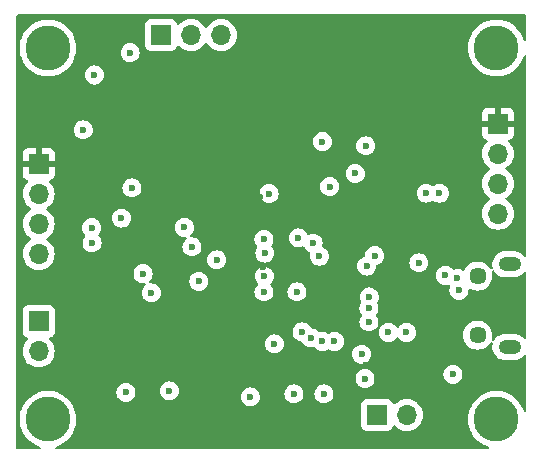
<source format=gbr>
%TF.GenerationSoftware,KiCad,Pcbnew,7.0.7*%
%TF.CreationDate,2023-09-18T16:24:31-07:00*%
%TF.ProjectId,pi_pico_dds,70695f70-6963-46f5-9f64-64732e6b6963,rev?*%
%TF.SameCoordinates,Original*%
%TF.FileFunction,Copper,L3,Inr*%
%TF.FilePolarity,Positive*%
%FSLAX46Y46*%
G04 Gerber Fmt 4.6, Leading zero omitted, Abs format (unit mm)*
G04 Created by KiCad (PCBNEW 7.0.7) date 2023-09-18 16:24:31*
%MOMM*%
%LPD*%
G01*
G04 APERTURE LIST*
%TA.AperFunction,ComponentPad*%
%ADD10R,1.700000X1.700000*%
%TD*%
%TA.AperFunction,ComponentPad*%
%ADD11O,1.700000X1.700000*%
%TD*%
%TA.AperFunction,ComponentPad*%
%ADD12C,3.800000*%
%TD*%
%TA.AperFunction,ComponentPad*%
%ADD13O,1.900000X1.200000*%
%TD*%
%TA.AperFunction,ComponentPad*%
%ADD14C,1.450000*%
%TD*%
%TA.AperFunction,ViaPad*%
%ADD15C,0.600000*%
%TD*%
G04 APERTURE END LIST*
D10*
%TO.N,Net-(J6-Pin_1)*%
%TO.C,J6*%
X177342800Y-66522600D03*
D11*
%TO.N,GND*%
X179882800Y-66522600D03*
X182422800Y-66522600D03*
%TD*%
D10*
%TO.N,+3V3*%
%TO.C,J3*%
X205866600Y-74025600D03*
D11*
%TO.N,/SDA*%
X205866600Y-76565600D03*
%TO.N,/SCL*%
X205866600Y-79105600D03*
%TO.N,GND*%
X205866600Y-81645600D03*
%TD*%
D10*
%TO.N,+5V*%
%TO.C,J2*%
X195617000Y-98679000D03*
D11*
%TO.N,GND*%
X198157000Y-98679000D03*
%TD*%
D12*
%TO.N,GND*%
%TO.C,H1*%
X205740000Y-67614800D03*
%TD*%
%TO.N,GND*%
%TO.C,H2*%
X205740000Y-99060000D03*
%TD*%
D10*
%TO.N,+3V3*%
%TO.C,J4*%
X166979600Y-77419200D03*
D11*
%TO.N,/ADC2*%
X166979600Y-79959200D03*
%TO.N,/ADC3*%
X166979600Y-82499200D03*
%TO.N,GND*%
X166979600Y-85039200D03*
%TD*%
D12*
%TO.N,GND*%
%TO.C,H3*%
X167767000Y-99060000D03*
%TD*%
%TO.N,GND*%
%TO.C,H4*%
X167767000Y-67614800D03*
%TD*%
D13*
%TO.N,unconnected-(J1-Shield-Pad6)*%
%TO.C,J1*%
X206844700Y-92924000D03*
D14*
X204144700Y-91924000D03*
X204144700Y-86924000D03*
D13*
X206844700Y-85924000D03*
%TD*%
D10*
%TO.N,/SWCLK*%
%TO.C,J5*%
X166979600Y-90754200D03*
D11*
%TO.N,/SWD*%
X166979600Y-93294200D03*
%TD*%
D15*
%TO.N,GND*%
X174371000Y-96774000D03*
X178054000Y-96647000D03*
X184912000Y-97155000D03*
X188595000Y-96901000D03*
X174726600Y-68018600D03*
%TO.N,+5V*%
X170764200Y-74549000D03*
%TO.N,GND*%
X176530000Y-88341200D03*
X196596000Y-91694000D03*
X182041800Y-85547200D03*
X192024000Y-92456000D03*
X198120000Y-91694000D03*
X194754933Y-86075735D03*
X179959000Y-84455000D03*
X201422000Y-86868000D03*
X171704000Y-69900800D03*
X194945000Y-89662000D03*
X186486800Y-79933800D03*
X175818800Y-86715600D03*
X190220600Y-84150200D03*
X186944000Y-92659200D03*
X194945000Y-90805000D03*
X173990000Y-82016600D03*
X186131200Y-84988400D03*
X199796400Y-79908400D03*
X200914000Y-79908400D03*
X186055000Y-88265000D03*
X202057000Y-95250000D03*
X188976000Y-83693000D03*
X180543200Y-87376000D03*
X191617600Y-79349600D03*
X186055000Y-83820000D03*
X195427600Y-85191600D03*
X202565000Y-88138000D03*
X194970400Y-88696800D03*
X179324000Y-82804000D03*
X188849000Y-88265000D03*
X174879000Y-79451200D03*
X191008000Y-92456000D03*
X191008000Y-75539600D03*
X193792700Y-78239556D03*
X202438000Y-87122000D03*
%TO.N,+3V3*%
X198272400Y-84429600D03*
X190856700Y-86360000D03*
X188137800Y-94818200D03*
X191795400Y-82194400D03*
X195580000Y-93472000D03*
X194665600Y-94488000D03*
X189255400Y-94894400D03*
X183667400Y-91338400D03*
X192024000Y-89662000D03*
X185724800Y-80213200D03*
X186182000Y-90627200D03*
X185978800Y-86156800D03*
X199796400Y-82550000D03*
X190398400Y-88239600D03*
X199847200Y-75539600D03*
X187325000Y-88366600D03*
X195630800Y-95453200D03*
X187375800Y-83642200D03*
%TO.N,+1V1*%
X186084465Y-86949289D03*
X190754000Y-85242400D03*
%TO.N,/SDA*%
X194614800Y-95605600D03*
%TO.N,/SCL*%
X194335400Y-93548200D03*
X199171000Y-85801200D03*
%TO.N,/ADC2*%
X171475400Y-82829400D03*
X189280800Y-91643200D03*
%TO.N,/ADC3*%
X190017400Y-92151200D03*
X171500800Y-84099400D03*
%TO.N,Net-(R5-Pad1)*%
X191135000Y-96901000D03*
X194665600Y-75895200D03*
%TD*%
%TA.AperFunction,Conductor*%
%TO.N,+3V3*%
G36*
X208222539Y-64790185D02*
G01*
X208268294Y-64842989D01*
X208279500Y-64894500D01*
X208279500Y-66879491D01*
X208259815Y-66946530D01*
X208207011Y-66992285D01*
X208137853Y-67002229D01*
X208074297Y-66973204D01*
X208037569Y-66917809D01*
X208012171Y-66839643D01*
X207976341Y-66729370D01*
X207847733Y-66456064D01*
X207819828Y-66412093D01*
X207685888Y-66201036D01*
X207685885Y-66201032D01*
X207493349Y-65968296D01*
X207399731Y-65880383D01*
X207273163Y-65761527D01*
X207273153Y-65761519D01*
X207028806Y-65583991D01*
X207028799Y-65583986D01*
X207028795Y-65583984D01*
X206764104Y-65438468D01*
X206764101Y-65438466D01*
X206764096Y-65438464D01*
X206764095Y-65438463D01*
X206483265Y-65327275D01*
X206483262Y-65327274D01*
X206190695Y-65252157D01*
X205891036Y-65214300D01*
X205891027Y-65214300D01*
X205588973Y-65214300D01*
X205588963Y-65214300D01*
X205289304Y-65252157D01*
X204996737Y-65327274D01*
X204996734Y-65327275D01*
X204715904Y-65438463D01*
X204715903Y-65438464D01*
X204451205Y-65583984D01*
X204451193Y-65583991D01*
X204206846Y-65761519D01*
X204206836Y-65761527D01*
X203986652Y-65968294D01*
X203794111Y-66201036D01*
X203632268Y-66456061D01*
X203632265Y-66456067D01*
X203503661Y-66729363D01*
X203503659Y-66729368D01*
X203410320Y-67016635D01*
X203353719Y-67313346D01*
X203353718Y-67313353D01*
X203334754Y-67614794D01*
X203334754Y-67614805D01*
X203353718Y-67916246D01*
X203353719Y-67916253D01*
X203382019Y-68064608D01*
X203407437Y-68197854D01*
X203410320Y-68212964D01*
X203503659Y-68500231D01*
X203503661Y-68500236D01*
X203632265Y-68773532D01*
X203632268Y-68773538D01*
X203794111Y-69028563D01*
X203986652Y-69261305D01*
X204206836Y-69468072D01*
X204206846Y-69468080D01*
X204451193Y-69645608D01*
X204451198Y-69645610D01*
X204451205Y-69645616D01*
X204715896Y-69791132D01*
X204715901Y-69791134D01*
X204715903Y-69791135D01*
X204715904Y-69791136D01*
X204996734Y-69902324D01*
X204996737Y-69902325D01*
X205094259Y-69927363D01*
X205289302Y-69977442D01*
X205436039Y-69995979D01*
X205588963Y-70015299D01*
X205588969Y-70015299D01*
X205588973Y-70015300D01*
X205588975Y-70015300D01*
X205891025Y-70015300D01*
X205891027Y-70015300D01*
X205891032Y-70015299D01*
X205891036Y-70015299D01*
X205970591Y-70005248D01*
X206190698Y-69977442D01*
X206483262Y-69902325D01*
X206483265Y-69902324D01*
X206764095Y-69791136D01*
X206764096Y-69791135D01*
X206764094Y-69791135D01*
X206764104Y-69791132D01*
X207028795Y-69645616D01*
X207273162Y-69468074D01*
X207493349Y-69261304D01*
X207685885Y-69028568D01*
X207847733Y-68773536D01*
X207976341Y-68500230D01*
X208037569Y-68311789D01*
X208077006Y-68254114D01*
X208141365Y-68226916D01*
X208210211Y-68238831D01*
X208261687Y-68286075D01*
X208279500Y-68350108D01*
X208279500Y-85162254D01*
X208259815Y-85229293D01*
X208207011Y-85275048D01*
X208137853Y-85284992D01*
X208074297Y-85255967D01*
X208054493Y-85234182D01*
X208030186Y-85200048D01*
X208030179Y-85200040D01*
X207878079Y-85055014D01*
X207701274Y-84941388D01*
X207664290Y-84926582D01*
X207580097Y-84892876D01*
X207506155Y-84863274D01*
X207299786Y-84823500D01*
X207299785Y-84823500D01*
X206442275Y-84823500D01*
X206285481Y-84838472D01*
X206285482Y-84838472D01*
X206285478Y-84838473D01*
X206083827Y-84897683D01*
X205897013Y-84993991D01*
X205731816Y-85123905D01*
X205731812Y-85123909D01*
X205594178Y-85282746D01*
X205489098Y-85464750D01*
X205420356Y-85663365D01*
X205420356Y-85663367D01*
X205392282Y-85858632D01*
X205390446Y-85871401D01*
X205400445Y-86081327D01*
X205430866Y-86206722D01*
X205427541Y-86276513D01*
X205387013Y-86333427D01*
X205322148Y-86359395D01*
X205253541Y-86346171D01*
X205208786Y-86307079D01*
X205087076Y-86133259D01*
X205087071Y-86133253D01*
X204935445Y-85981627D01*
X204759790Y-85858631D01*
X204636634Y-85801203D01*
X204565447Y-85768008D01*
X204565443Y-85768007D01*
X204565439Y-85768005D01*
X204358324Y-85712509D01*
X204358320Y-85712508D01*
X204358319Y-85712508D01*
X204358318Y-85712507D01*
X204358313Y-85712507D01*
X204144702Y-85693819D01*
X204144698Y-85693819D01*
X203931086Y-85712507D01*
X203931075Y-85712509D01*
X203723960Y-85768005D01*
X203723951Y-85768009D01*
X203529610Y-85858631D01*
X203529608Y-85858632D01*
X203353959Y-85981623D01*
X203353953Y-85981628D01*
X203202328Y-86133253D01*
X203202323Y-86133259D01*
X203079335Y-86308905D01*
X203079334Y-86308907D01*
X203079332Y-86308910D01*
X203063566Y-86342721D01*
X203041103Y-86390891D01*
X202994930Y-86443330D01*
X202927736Y-86462481D01*
X202862749Y-86443479D01*
X202787523Y-86396211D01*
X202617254Y-86336631D01*
X202617249Y-86336630D01*
X202438004Y-86316435D01*
X202437996Y-86316435D01*
X202258750Y-86336630D01*
X202258737Y-86336633D01*
X202157435Y-86372081D01*
X202087656Y-86375643D01*
X202028799Y-86342721D01*
X201924262Y-86238184D01*
X201771523Y-86142211D01*
X201601254Y-86082631D01*
X201601249Y-86082630D01*
X201422004Y-86062435D01*
X201421996Y-86062435D01*
X201242750Y-86082630D01*
X201242745Y-86082631D01*
X201072476Y-86142211D01*
X200919737Y-86238184D01*
X200792184Y-86365737D01*
X200696211Y-86518476D01*
X200636631Y-86688745D01*
X200636630Y-86688750D01*
X200616435Y-86867996D01*
X200616435Y-86868003D01*
X200636630Y-87047249D01*
X200636631Y-87047254D01*
X200696211Y-87217523D01*
X200776572Y-87345416D01*
X200792184Y-87370262D01*
X200919738Y-87497816D01*
X200978259Y-87534587D01*
X201059919Y-87585898D01*
X201072478Y-87593789D01*
X201159565Y-87624262D01*
X201242745Y-87653368D01*
X201242750Y-87653369D01*
X201421996Y-87673565D01*
X201422000Y-87673565D01*
X201422004Y-87673565D01*
X201601249Y-87653369D01*
X201601252Y-87653368D01*
X201601255Y-87653368D01*
X201601256Y-87653367D01*
X201601259Y-87653367D01*
X201683243Y-87624679D01*
X201753022Y-87621116D01*
X201813650Y-87655845D01*
X201845877Y-87717838D01*
X201841241Y-87782674D01*
X201779632Y-87958742D01*
X201779630Y-87958750D01*
X201759435Y-88137996D01*
X201759435Y-88138003D01*
X201779630Y-88317249D01*
X201779631Y-88317254D01*
X201839211Y-88487523D01*
X201859904Y-88520455D01*
X201935184Y-88640262D01*
X202062738Y-88767816D01*
X202215478Y-88863789D01*
X202304148Y-88894816D01*
X202385745Y-88923368D01*
X202385750Y-88923369D01*
X202564996Y-88943565D01*
X202565000Y-88943565D01*
X202565004Y-88943565D01*
X202744249Y-88923369D01*
X202744252Y-88923368D01*
X202744255Y-88923368D01*
X202914522Y-88863789D01*
X203067262Y-88767816D01*
X203194816Y-88640262D01*
X203290789Y-88487522D01*
X203350368Y-88317255D01*
X203350369Y-88317249D01*
X203370565Y-88138003D01*
X203370565Y-88137996D01*
X203368825Y-88122553D01*
X203380880Y-88053731D01*
X203428229Y-88002352D01*
X203495839Y-87984728D01*
X203544447Y-87996287D01*
X203723953Y-88079992D01*
X203931081Y-88135492D01*
X204083665Y-88148841D01*
X204144698Y-88154181D01*
X204144700Y-88154181D01*
X204144702Y-88154181D01*
X204198104Y-88149508D01*
X204358319Y-88135492D01*
X204565447Y-88079992D01*
X204759791Y-87989368D01*
X204935445Y-87866373D01*
X205087073Y-87714745D01*
X205210068Y-87539091D01*
X205300692Y-87344747D01*
X205356192Y-87137619D01*
X205374881Y-86924000D01*
X205356192Y-86710381D01*
X205324445Y-86591900D01*
X205326108Y-86522051D01*
X205365270Y-86464188D01*
X205429499Y-86436684D01*
X205498401Y-86448270D01*
X205545226Y-86487878D01*
X205624902Y-86599767D01*
X205659215Y-86647953D01*
X205659220Y-86647959D01*
X205811320Y-86792985D01*
X205906278Y-86854011D01*
X205988128Y-86906613D01*
X206183243Y-86984725D01*
X206286428Y-87004612D01*
X206389614Y-87024500D01*
X206389615Y-87024500D01*
X207247119Y-87024500D01*
X207247125Y-87024500D01*
X207403918Y-87009528D01*
X207605575Y-86950316D01*
X207792382Y-86854011D01*
X207957586Y-86724092D01*
X208061787Y-86603837D01*
X208120565Y-86566064D01*
X208190435Y-86566064D01*
X208249213Y-86603838D01*
X208278238Y-86667394D01*
X208279500Y-86685041D01*
X208279500Y-92162254D01*
X208259815Y-92229293D01*
X208207011Y-92275048D01*
X208137853Y-92284992D01*
X208074297Y-92255967D01*
X208054493Y-92234182D01*
X208030186Y-92200048D01*
X208030179Y-92200040D01*
X207878079Y-92055014D01*
X207701274Y-91941388D01*
X207681348Y-91933411D01*
X207592104Y-91897683D01*
X207506155Y-91863274D01*
X207299786Y-91823500D01*
X207299785Y-91823500D01*
X206442275Y-91823500D01*
X206285481Y-91838472D01*
X206285482Y-91838472D01*
X206285478Y-91838473D01*
X206083827Y-91897683D01*
X205897013Y-91993991D01*
X205731816Y-92123905D01*
X205731812Y-92123909D01*
X205594180Y-92282745D01*
X205548462Y-92361930D01*
X205497894Y-92410145D01*
X205429287Y-92423367D01*
X205364423Y-92397399D01*
X205323895Y-92340485D01*
X205320571Y-92270694D01*
X205321288Y-92267880D01*
X205356192Y-92137619D01*
X205374881Y-91924000D01*
X205356192Y-91710381D01*
X205300692Y-91503253D01*
X205210068Y-91308910D01*
X205199402Y-91293678D01*
X205087076Y-91133259D01*
X205087071Y-91133253D01*
X204935445Y-90981627D01*
X204759790Y-90858631D01*
X204644783Y-90805003D01*
X204565447Y-90768008D01*
X204565443Y-90768007D01*
X204565439Y-90768005D01*
X204358324Y-90712509D01*
X204358320Y-90712508D01*
X204358319Y-90712508D01*
X204358318Y-90712507D01*
X204358313Y-90712507D01*
X204144702Y-90693819D01*
X204144698Y-90693819D01*
X203931086Y-90712507D01*
X203931075Y-90712509D01*
X203723960Y-90768005D01*
X203723951Y-90768009D01*
X203529610Y-90858631D01*
X203529608Y-90858632D01*
X203353959Y-90981623D01*
X203353953Y-90981628D01*
X203202328Y-91133253D01*
X203202323Y-91133259D01*
X203079332Y-91308908D01*
X203079331Y-91308910D01*
X202988709Y-91503251D01*
X202988705Y-91503260D01*
X202933209Y-91710375D01*
X202933207Y-91710386D01*
X202914518Y-91923998D01*
X202914518Y-91924001D01*
X202933207Y-92137613D01*
X202933209Y-92137624D01*
X202988705Y-92344739D01*
X202988707Y-92344743D01*
X202988708Y-92344747D01*
X203013260Y-92397399D01*
X203079331Y-92539090D01*
X203166352Y-92663368D01*
X203202327Y-92714745D01*
X203353955Y-92866373D01*
X203529609Y-92989368D01*
X203723953Y-93079992D01*
X203723959Y-93079993D01*
X203723960Y-93079994D01*
X203745688Y-93085816D01*
X203931081Y-93135492D01*
X204083666Y-93148841D01*
X204144698Y-93154181D01*
X204144700Y-93154181D01*
X204144702Y-93154181D01*
X204198104Y-93149508D01*
X204358319Y-93135492D01*
X204565447Y-93079992D01*
X204759791Y-92989368D01*
X204935445Y-92866373D01*
X205087073Y-92714745D01*
X205201948Y-92550687D01*
X205256523Y-92507065D01*
X205326022Y-92499872D01*
X205388376Y-92531394D01*
X205423790Y-92591624D01*
X205421175Y-92657487D01*
X205421749Y-92657627D01*
X205421057Y-92660479D01*
X205421019Y-92661439D01*
X205420703Y-92662364D01*
X205420357Y-92663361D01*
X205420356Y-92663366D01*
X205420356Y-92663367D01*
X205391169Y-92866373D01*
X205390446Y-92871401D01*
X205400445Y-93081327D01*
X205449996Y-93285578D01*
X205449998Y-93285582D01*
X205537298Y-93476743D01*
X205537301Y-93476748D01*
X205537302Y-93476750D01*
X205537304Y-93476753D01*
X205600327Y-93565256D01*
X205659215Y-93647953D01*
X205659220Y-93647959D01*
X205811320Y-93792985D01*
X205906278Y-93854011D01*
X205988128Y-93906613D01*
X206183243Y-93984725D01*
X206286428Y-94004612D01*
X206389614Y-94024500D01*
X206389615Y-94024500D01*
X207247119Y-94024500D01*
X207247125Y-94024500D01*
X207403918Y-94009528D01*
X207605575Y-93950316D01*
X207792382Y-93854011D01*
X207957586Y-93724092D01*
X208061787Y-93603837D01*
X208120565Y-93566064D01*
X208190435Y-93566064D01*
X208249213Y-93603838D01*
X208278238Y-93667394D01*
X208279500Y-93685041D01*
X208279500Y-98324691D01*
X208259815Y-98391730D01*
X208207011Y-98437485D01*
X208137853Y-98447429D01*
X208074297Y-98418404D01*
X208037569Y-98363009D01*
X207976340Y-98174568D01*
X207976338Y-98174563D01*
X207910352Y-98034337D01*
X207847733Y-97901264D01*
X207819828Y-97857293D01*
X207685888Y-97646236D01*
X207681147Y-97640505D01*
X207493349Y-97413496D01*
X207419277Y-97343938D01*
X207273163Y-97206727D01*
X207273153Y-97206719D01*
X207028806Y-97029191D01*
X207028799Y-97029186D01*
X207028795Y-97029184D01*
X206764104Y-96883668D01*
X206764101Y-96883666D01*
X206764096Y-96883664D01*
X206764095Y-96883663D01*
X206483265Y-96772475D01*
X206483262Y-96772474D01*
X206190695Y-96697357D01*
X205891036Y-96659500D01*
X205891027Y-96659500D01*
X205588973Y-96659500D01*
X205588963Y-96659500D01*
X205289304Y-96697357D01*
X204996737Y-96772474D01*
X204996734Y-96772475D01*
X204715904Y-96883663D01*
X204715903Y-96883664D01*
X204451205Y-97029184D01*
X204451193Y-97029191D01*
X204206846Y-97206719D01*
X204206836Y-97206727D01*
X203986652Y-97413494D01*
X203794111Y-97646236D01*
X203632268Y-97901261D01*
X203632265Y-97901267D01*
X203503661Y-98174563D01*
X203503659Y-98174568D01*
X203410320Y-98461835D01*
X203353719Y-98758546D01*
X203353718Y-98758553D01*
X203334754Y-99059994D01*
X203334754Y-99060005D01*
X203353718Y-99361446D01*
X203353719Y-99361453D01*
X203410320Y-99658164D01*
X203503659Y-99945431D01*
X203503661Y-99945436D01*
X203632265Y-100218732D01*
X203632268Y-100218738D01*
X203794111Y-100473763D01*
X203986652Y-100706505D01*
X204206836Y-100913272D01*
X204206846Y-100913280D01*
X204451193Y-101090808D01*
X204451198Y-101090810D01*
X204451205Y-101090816D01*
X204715896Y-101236332D01*
X204715901Y-101236334D01*
X204715903Y-101236335D01*
X204715904Y-101236336D01*
X204996734Y-101347524D01*
X204996737Y-101347525D01*
X205027393Y-101355396D01*
X205087431Y-101391134D01*
X205118617Y-101453657D01*
X205111049Y-101523116D01*
X205067131Y-101577457D01*
X205000805Y-101599427D01*
X204996556Y-101599500D01*
X168510444Y-101599500D01*
X168443405Y-101579815D01*
X168397650Y-101527011D01*
X168387706Y-101457853D01*
X168416731Y-101394297D01*
X168475509Y-101356523D01*
X168479607Y-101355396D01*
X168510262Y-101347525D01*
X168510265Y-101347524D01*
X168791095Y-101236336D01*
X168791096Y-101236335D01*
X168791094Y-101236335D01*
X168791104Y-101236332D01*
X169055795Y-101090816D01*
X169300162Y-100913274D01*
X169520349Y-100706504D01*
X169712885Y-100473768D01*
X169874733Y-100218736D01*
X170003341Y-99945430D01*
X170096681Y-99658160D01*
X170112188Y-99576870D01*
X194266500Y-99576870D01*
X194266501Y-99576876D01*
X194272908Y-99636483D01*
X194323202Y-99771328D01*
X194323206Y-99771335D01*
X194409452Y-99886544D01*
X194409455Y-99886547D01*
X194524664Y-99972793D01*
X194524671Y-99972797D01*
X194659517Y-100023091D01*
X194659516Y-100023091D01*
X194666444Y-100023835D01*
X194719127Y-100029500D01*
X196514872Y-100029499D01*
X196574483Y-100023091D01*
X196709331Y-99972796D01*
X196824546Y-99886546D01*
X196910796Y-99771331D01*
X196959810Y-99639916D01*
X197001681Y-99583984D01*
X197067145Y-99559566D01*
X197135418Y-99574417D01*
X197163672Y-99595568D01*
X197285599Y-99717495D01*
X197382384Y-99785265D01*
X197479165Y-99853032D01*
X197479167Y-99853033D01*
X197479170Y-99853035D01*
X197693337Y-99952903D01*
X197921592Y-100014063D01*
X198098034Y-100029500D01*
X198156999Y-100034659D01*
X198157000Y-100034659D01*
X198157001Y-100034659D01*
X198215966Y-100029500D01*
X198392408Y-100014063D01*
X198620663Y-99952903D01*
X198834830Y-99853035D01*
X199028401Y-99717495D01*
X199195495Y-99550401D01*
X199331035Y-99356830D01*
X199430903Y-99142663D01*
X199492063Y-98914408D01*
X199512659Y-98679000D01*
X199492063Y-98443592D01*
X199430903Y-98215337D01*
X199331035Y-98001171D01*
X199302603Y-97960565D01*
X199195494Y-97807597D01*
X199028402Y-97640506D01*
X199028395Y-97640501D01*
X199008812Y-97626789D01*
X198951518Y-97586671D01*
X198834834Y-97504967D01*
X198834830Y-97504965D01*
X198823728Y-97499788D01*
X198620663Y-97405097D01*
X198620659Y-97405096D01*
X198620655Y-97405094D01*
X198392413Y-97343938D01*
X198392403Y-97343936D01*
X198157001Y-97323341D01*
X198156999Y-97323341D01*
X197921596Y-97343936D01*
X197921586Y-97343938D01*
X197693344Y-97405094D01*
X197693335Y-97405098D01*
X197479171Y-97504964D01*
X197479169Y-97504965D01*
X197285600Y-97640503D01*
X197163673Y-97762430D01*
X197102350Y-97795914D01*
X197032658Y-97790930D01*
X196976725Y-97749058D01*
X196959810Y-97718081D01*
X196910797Y-97586671D01*
X196910793Y-97586664D01*
X196824547Y-97471455D01*
X196824544Y-97471452D01*
X196709335Y-97385206D01*
X196709328Y-97385202D01*
X196574482Y-97334908D01*
X196574483Y-97334908D01*
X196514883Y-97328501D01*
X196514881Y-97328500D01*
X196514873Y-97328500D01*
X196514864Y-97328500D01*
X194719129Y-97328500D01*
X194719123Y-97328501D01*
X194659516Y-97334908D01*
X194524671Y-97385202D01*
X194524664Y-97385206D01*
X194409455Y-97471452D01*
X194409452Y-97471455D01*
X194323206Y-97586664D01*
X194323202Y-97586671D01*
X194272908Y-97721517D01*
X194266501Y-97781116D01*
X194266500Y-97781135D01*
X194266500Y-99576870D01*
X170112188Y-99576870D01*
X170153280Y-99361457D01*
X170155658Y-99323664D01*
X170172246Y-99060005D01*
X170172246Y-99059994D01*
X170153281Y-98758553D01*
X170153280Y-98758546D01*
X170153280Y-98758543D01*
X170096681Y-98461840D01*
X170003341Y-98174570D01*
X169874733Y-97901264D01*
X169846828Y-97857293D01*
X169712888Y-97646236D01*
X169708147Y-97640505D01*
X169520349Y-97413496D01*
X169446277Y-97343938D01*
X169300163Y-97206727D01*
X169300153Y-97206719D01*
X169055806Y-97029191D01*
X169055799Y-97029186D01*
X169055795Y-97029184D01*
X168791104Y-96883668D01*
X168791101Y-96883666D01*
X168791096Y-96883664D01*
X168791095Y-96883663D01*
X168514124Y-96774003D01*
X173565435Y-96774003D01*
X173585630Y-96953249D01*
X173585631Y-96953254D01*
X173645211Y-97123523D01*
X173697492Y-97206727D01*
X173741184Y-97276262D01*
X173868738Y-97403816D01*
X174021478Y-97499789D01*
X174110148Y-97530816D01*
X174191745Y-97559368D01*
X174191750Y-97559369D01*
X174370996Y-97579565D01*
X174371000Y-97579565D01*
X174371004Y-97579565D01*
X174550249Y-97559369D01*
X174550252Y-97559368D01*
X174550255Y-97559368D01*
X174720522Y-97499789D01*
X174873262Y-97403816D01*
X175000816Y-97276262D01*
X175096789Y-97123522D01*
X175156368Y-96953255D01*
X175156369Y-96953249D01*
X175176565Y-96774003D01*
X175176565Y-96773996D01*
X175162256Y-96647003D01*
X177248435Y-96647003D01*
X177268630Y-96826249D01*
X177268631Y-96826254D01*
X177328211Y-96996523D01*
X177348738Y-97029191D01*
X177424184Y-97149262D01*
X177551738Y-97276816D01*
X177704478Y-97372789D01*
X177796809Y-97405097D01*
X177874745Y-97432368D01*
X177874750Y-97432369D01*
X178053996Y-97452565D01*
X178054000Y-97452565D01*
X178054004Y-97452565D01*
X178233249Y-97432369D01*
X178233252Y-97432368D01*
X178233255Y-97432368D01*
X178403522Y-97372789D01*
X178556262Y-97276816D01*
X178678075Y-97155003D01*
X184106435Y-97155003D01*
X184126630Y-97334249D01*
X184126631Y-97334254D01*
X184186211Y-97504523D01*
X184271652Y-97640501D01*
X184282184Y-97657262D01*
X184409738Y-97784816D01*
X184562478Y-97880789D01*
X184621001Y-97901267D01*
X184732745Y-97940368D01*
X184732750Y-97940369D01*
X184911996Y-97960565D01*
X184912000Y-97960565D01*
X184912004Y-97960565D01*
X185091249Y-97940369D01*
X185091252Y-97940368D01*
X185091255Y-97940368D01*
X185261522Y-97880789D01*
X185414262Y-97784816D01*
X185541816Y-97657262D01*
X185637789Y-97504522D01*
X185697368Y-97334255D01*
X185697369Y-97334249D01*
X185717565Y-97155003D01*
X185717565Y-97154996D01*
X185697369Y-96975750D01*
X185697368Y-96975745D01*
X185671215Y-96901003D01*
X187789435Y-96901003D01*
X187809630Y-97080249D01*
X187809631Y-97080254D01*
X187869211Y-97250523D01*
X187953836Y-97385202D01*
X187965184Y-97403262D01*
X188092738Y-97530816D01*
X188245478Y-97626789D01*
X188332565Y-97657262D01*
X188415745Y-97686368D01*
X188415750Y-97686369D01*
X188594996Y-97706565D01*
X188595000Y-97706565D01*
X188595004Y-97706565D01*
X188774249Y-97686369D01*
X188774252Y-97686368D01*
X188774255Y-97686368D01*
X188944522Y-97626789D01*
X189097262Y-97530816D01*
X189224816Y-97403262D01*
X189320789Y-97250522D01*
X189380368Y-97080255D01*
X189380369Y-97080249D01*
X189400565Y-96901003D01*
X190329435Y-96901003D01*
X190349630Y-97080249D01*
X190349631Y-97080254D01*
X190409211Y-97250523D01*
X190493836Y-97385202D01*
X190505184Y-97403262D01*
X190632738Y-97530816D01*
X190785478Y-97626789D01*
X190872565Y-97657262D01*
X190955745Y-97686368D01*
X190955750Y-97686369D01*
X191134996Y-97706565D01*
X191135000Y-97706565D01*
X191135004Y-97706565D01*
X191314249Y-97686369D01*
X191314252Y-97686368D01*
X191314255Y-97686368D01*
X191484522Y-97626789D01*
X191637262Y-97530816D01*
X191764816Y-97403262D01*
X191860789Y-97250522D01*
X191920368Y-97080255D01*
X191920369Y-97080249D01*
X191940565Y-96901003D01*
X191940565Y-96900996D01*
X191920369Y-96721750D01*
X191920368Y-96721745D01*
X191911834Y-96697357D01*
X191860789Y-96551478D01*
X191844267Y-96525184D01*
X191783963Y-96429211D01*
X191764816Y-96398738D01*
X191637262Y-96271184D01*
X191580336Y-96235415D01*
X191484523Y-96175211D01*
X191314254Y-96115631D01*
X191314249Y-96115630D01*
X191135004Y-96095435D01*
X191134996Y-96095435D01*
X190955750Y-96115630D01*
X190955745Y-96115631D01*
X190785476Y-96175211D01*
X190632737Y-96271184D01*
X190505184Y-96398737D01*
X190409211Y-96551476D01*
X190349631Y-96721745D01*
X190349630Y-96721750D01*
X190329435Y-96900996D01*
X190329435Y-96901003D01*
X189400565Y-96901003D01*
X189400565Y-96900996D01*
X189380369Y-96721750D01*
X189380368Y-96721745D01*
X189371834Y-96697357D01*
X189320789Y-96551478D01*
X189304267Y-96525184D01*
X189243963Y-96429211D01*
X189224816Y-96398738D01*
X189097262Y-96271184D01*
X189040336Y-96235415D01*
X188944523Y-96175211D01*
X188774254Y-96115631D01*
X188774249Y-96115630D01*
X188595004Y-96095435D01*
X188594996Y-96095435D01*
X188415750Y-96115630D01*
X188415745Y-96115631D01*
X188245476Y-96175211D01*
X188092737Y-96271184D01*
X187965184Y-96398737D01*
X187869211Y-96551476D01*
X187809631Y-96721745D01*
X187809630Y-96721750D01*
X187789435Y-96900996D01*
X187789435Y-96901003D01*
X185671215Y-96901003D01*
X185637789Y-96805478D01*
X185541816Y-96652738D01*
X185414262Y-96525184D01*
X185414261Y-96525184D01*
X185261523Y-96429211D01*
X185091254Y-96369631D01*
X185091249Y-96369630D01*
X184912004Y-96349435D01*
X184911996Y-96349435D01*
X184732750Y-96369630D01*
X184732745Y-96369631D01*
X184562476Y-96429211D01*
X184409737Y-96525184D01*
X184282184Y-96652737D01*
X184186211Y-96805476D01*
X184126631Y-96975745D01*
X184126630Y-96975750D01*
X184106435Y-97154996D01*
X184106435Y-97155003D01*
X178678075Y-97155003D01*
X178683816Y-97149262D01*
X178779789Y-96996522D01*
X178839368Y-96826255D01*
X178841709Y-96805478D01*
X178859565Y-96647003D01*
X178859565Y-96646996D01*
X178839369Y-96467750D01*
X178839368Y-96467745D01*
X178824228Y-96424478D01*
X178779789Y-96297478D01*
X178763615Y-96271738D01*
X178683815Y-96144737D01*
X178556262Y-96017184D01*
X178403523Y-95921211D01*
X178233254Y-95861631D01*
X178233249Y-95861630D01*
X178054004Y-95841435D01*
X178053996Y-95841435D01*
X177874750Y-95861630D01*
X177874745Y-95861631D01*
X177704476Y-95921211D01*
X177551737Y-96017184D01*
X177424184Y-96144737D01*
X177328211Y-96297476D01*
X177268631Y-96467745D01*
X177268630Y-96467750D01*
X177248435Y-96646996D01*
X177248435Y-96647003D01*
X175162256Y-96647003D01*
X175156369Y-96594750D01*
X175156368Y-96594745D01*
X175141228Y-96551478D01*
X175096789Y-96424478D01*
X175080615Y-96398738D01*
X175038297Y-96331389D01*
X175000816Y-96271738D01*
X174873262Y-96144184D01*
X174827822Y-96115632D01*
X174720523Y-96048211D01*
X174550254Y-95988631D01*
X174550249Y-95988630D01*
X174371004Y-95968435D01*
X174370996Y-95968435D01*
X174191750Y-95988630D01*
X174191745Y-95988631D01*
X174021476Y-96048211D01*
X173868737Y-96144184D01*
X173741184Y-96271737D01*
X173645211Y-96424476D01*
X173585631Y-96594745D01*
X173585630Y-96594750D01*
X173565435Y-96773996D01*
X173565435Y-96774003D01*
X168514124Y-96774003D01*
X168510265Y-96772475D01*
X168510262Y-96772474D01*
X168217695Y-96697357D01*
X167918036Y-96659500D01*
X167918027Y-96659500D01*
X167615973Y-96659500D01*
X167615963Y-96659500D01*
X167316304Y-96697357D01*
X167023737Y-96772474D01*
X167023734Y-96772475D01*
X166742904Y-96883663D01*
X166742903Y-96883664D01*
X166478205Y-97029184D01*
X166478193Y-97029191D01*
X166233846Y-97206719D01*
X166233836Y-97206727D01*
X166013652Y-97413494D01*
X165821111Y-97646236D01*
X165659268Y-97901261D01*
X165659265Y-97901267D01*
X165530661Y-98174563D01*
X165530659Y-98174568D01*
X165437320Y-98461835D01*
X165380719Y-98758546D01*
X165380718Y-98758553D01*
X165361754Y-99059994D01*
X165361754Y-99060005D01*
X165380718Y-99361446D01*
X165380719Y-99361453D01*
X165437320Y-99658164D01*
X165530659Y-99945431D01*
X165530661Y-99945436D01*
X165659265Y-100218732D01*
X165659268Y-100218738D01*
X165821111Y-100473763D01*
X166013652Y-100706505D01*
X166233836Y-100913272D01*
X166233846Y-100913280D01*
X166478193Y-101090808D01*
X166478198Y-101090810D01*
X166478205Y-101090816D01*
X166742896Y-101236332D01*
X166742901Y-101236334D01*
X166742903Y-101236335D01*
X166742904Y-101236336D01*
X167023734Y-101347524D01*
X167023737Y-101347525D01*
X167054393Y-101355396D01*
X167114431Y-101391134D01*
X167145617Y-101453657D01*
X167138049Y-101523116D01*
X167094131Y-101577457D01*
X167027805Y-101599427D01*
X167023556Y-101599500D01*
X165224500Y-101599500D01*
X165157461Y-101579815D01*
X165111706Y-101527011D01*
X165100500Y-101475500D01*
X165100500Y-95605603D01*
X193809235Y-95605603D01*
X193829430Y-95784849D01*
X193829431Y-95784854D01*
X193889011Y-95955123D01*
X193977176Y-96095435D01*
X193984984Y-96107862D01*
X194112538Y-96235416D01*
X194265278Y-96331389D01*
X194435545Y-96390967D01*
X194435545Y-96390968D01*
X194435550Y-96390969D01*
X194614796Y-96411165D01*
X194614800Y-96411165D01*
X194614804Y-96411165D01*
X194794049Y-96390969D01*
X194794052Y-96390968D01*
X194794055Y-96390968D01*
X194964322Y-96331389D01*
X195117062Y-96235416D01*
X195244616Y-96107862D01*
X195340589Y-95955122D01*
X195400168Y-95784855D01*
X195400169Y-95784849D01*
X195420365Y-95605603D01*
X195420365Y-95605596D01*
X195400169Y-95426350D01*
X195400168Y-95426345D01*
X195340588Y-95256076D01*
X195336772Y-95250003D01*
X201251435Y-95250003D01*
X201271630Y-95429249D01*
X201271631Y-95429254D01*
X201331211Y-95599523D01*
X201427183Y-95752261D01*
X201427184Y-95752262D01*
X201554738Y-95879816D01*
X201620618Y-95921211D01*
X201674586Y-95955122D01*
X201707478Y-95975789D01*
X201825778Y-96017184D01*
X201877745Y-96035368D01*
X201877750Y-96035369D01*
X202056996Y-96055565D01*
X202057000Y-96055565D01*
X202057004Y-96055565D01*
X202236249Y-96035369D01*
X202236252Y-96035368D01*
X202236255Y-96035368D01*
X202406522Y-95975789D01*
X202559262Y-95879816D01*
X202686816Y-95752262D01*
X202782789Y-95599522D01*
X202842368Y-95429255D01*
X202842369Y-95429249D01*
X202862565Y-95250003D01*
X202862565Y-95249996D01*
X202842369Y-95070750D01*
X202842368Y-95070745D01*
X202782788Y-94900476D01*
X202686815Y-94747737D01*
X202559262Y-94620184D01*
X202406523Y-94524211D01*
X202236254Y-94464631D01*
X202236249Y-94464630D01*
X202057004Y-94444435D01*
X202056996Y-94444435D01*
X201877750Y-94464630D01*
X201877745Y-94464631D01*
X201707476Y-94524211D01*
X201554737Y-94620184D01*
X201427184Y-94747737D01*
X201331211Y-94900476D01*
X201271631Y-95070745D01*
X201271630Y-95070750D01*
X201251435Y-95249996D01*
X201251435Y-95250003D01*
X195336772Y-95250003D01*
X195244615Y-95103337D01*
X195117062Y-94975784D01*
X194964323Y-94879811D01*
X194794054Y-94820231D01*
X194794049Y-94820230D01*
X194614804Y-94800035D01*
X194614796Y-94800035D01*
X194435550Y-94820230D01*
X194435545Y-94820231D01*
X194265276Y-94879811D01*
X194112537Y-94975784D01*
X193984984Y-95103337D01*
X193889011Y-95256076D01*
X193829431Y-95426345D01*
X193829430Y-95426350D01*
X193809235Y-95605596D01*
X193809235Y-95605603D01*
X165100500Y-95605603D01*
X165100500Y-93294200D01*
X165623941Y-93294200D01*
X165644536Y-93529603D01*
X165644538Y-93529613D01*
X165705694Y-93757855D01*
X165705696Y-93757859D01*
X165705697Y-93757863D01*
X165795440Y-93950316D01*
X165805565Y-93972030D01*
X165805567Y-93972034D01*
X165913881Y-94126721D01*
X165941105Y-94165601D01*
X166108199Y-94332695D01*
X166204984Y-94400464D01*
X166301765Y-94468232D01*
X166301767Y-94468233D01*
X166301770Y-94468235D01*
X166515937Y-94568103D01*
X166744192Y-94629263D01*
X166932518Y-94645739D01*
X166979599Y-94649859D01*
X166979600Y-94649859D01*
X166979601Y-94649859D01*
X167018834Y-94646426D01*
X167215008Y-94629263D01*
X167443263Y-94568103D01*
X167657430Y-94468235D01*
X167851001Y-94332695D01*
X168018095Y-94165601D01*
X168153635Y-93972030D01*
X168253503Y-93757863D01*
X168309681Y-93548203D01*
X193529835Y-93548203D01*
X193550030Y-93727449D01*
X193550031Y-93727454D01*
X193609611Y-93897723D01*
X193679862Y-94009526D01*
X193705584Y-94050462D01*
X193833138Y-94178016D01*
X193985878Y-94273989D01*
X194153644Y-94332693D01*
X194156145Y-94333568D01*
X194156150Y-94333569D01*
X194335396Y-94353765D01*
X194335400Y-94353765D01*
X194335404Y-94353765D01*
X194514649Y-94333569D01*
X194514652Y-94333568D01*
X194514655Y-94333568D01*
X194684922Y-94273989D01*
X194837662Y-94178016D01*
X194965216Y-94050462D01*
X195061189Y-93897722D01*
X195120768Y-93727455D01*
X195125547Y-93685041D01*
X195140965Y-93548203D01*
X195140965Y-93548196D01*
X195120769Y-93368950D01*
X195120768Y-93368945D01*
X195061189Y-93198678D01*
X194965216Y-93045938D01*
X194837662Y-92918384D01*
X194789954Y-92888407D01*
X194684923Y-92822411D01*
X194514654Y-92762831D01*
X194514649Y-92762830D01*
X194335404Y-92742635D01*
X194335396Y-92742635D01*
X194156150Y-92762830D01*
X194156145Y-92762831D01*
X193985876Y-92822411D01*
X193833137Y-92918384D01*
X193705584Y-93045937D01*
X193609611Y-93198676D01*
X193550031Y-93368945D01*
X193550030Y-93368950D01*
X193529835Y-93548196D01*
X193529835Y-93548203D01*
X168309681Y-93548203D01*
X168314663Y-93529608D01*
X168335259Y-93294200D01*
X168334805Y-93289016D01*
X168326902Y-93198678D01*
X168314663Y-93058792D01*
X168253503Y-92830537D01*
X168173608Y-92659203D01*
X186138435Y-92659203D01*
X186158630Y-92838449D01*
X186158631Y-92838454D01*
X186218211Y-93008723D01*
X186266652Y-93085816D01*
X186314184Y-93161462D01*
X186441738Y-93289016D01*
X186532080Y-93345782D01*
X186591700Y-93383244D01*
X186594478Y-93384989D01*
X186764745Y-93444567D01*
X186764745Y-93444568D01*
X186764750Y-93444569D01*
X186943996Y-93464765D01*
X186944000Y-93464765D01*
X186944004Y-93464765D01*
X187123249Y-93444569D01*
X187123252Y-93444568D01*
X187123255Y-93444568D01*
X187293522Y-93384989D01*
X187446262Y-93289016D01*
X187573816Y-93161462D01*
X187669789Y-93008722D01*
X187729368Y-92838455D01*
X187729369Y-92838449D01*
X187749565Y-92659203D01*
X187749565Y-92659196D01*
X187729369Y-92479950D01*
X187729368Y-92479945D01*
X187718155Y-92447900D01*
X187669789Y-92309678D01*
X187664256Y-92300873D01*
X187598525Y-92196262D01*
X187573816Y-92156938D01*
X187446262Y-92029384D01*
X187446261Y-92029383D01*
X187293523Y-91933411D01*
X187123254Y-91873831D01*
X187123249Y-91873830D01*
X186944004Y-91853635D01*
X186943996Y-91853635D01*
X186764750Y-91873830D01*
X186764745Y-91873831D01*
X186594476Y-91933411D01*
X186441737Y-92029384D01*
X186314184Y-92156937D01*
X186218211Y-92309676D01*
X186158631Y-92479945D01*
X186158630Y-92479950D01*
X186138435Y-92659196D01*
X186138435Y-92659203D01*
X168173608Y-92659203D01*
X168153635Y-92616371D01*
X168107644Y-92550689D01*
X168018096Y-92422800D01*
X167957226Y-92361930D01*
X167896167Y-92300871D01*
X167862684Y-92239551D01*
X167867668Y-92169859D01*
X167909539Y-92113925D01*
X167940515Y-92097010D01*
X168071931Y-92047996D01*
X168187146Y-91961746D01*
X168273396Y-91846531D01*
X168323691Y-91711683D01*
X168330100Y-91652073D01*
X168330100Y-91643203D01*
X188475235Y-91643203D01*
X188495430Y-91822449D01*
X188495431Y-91822454D01*
X188555011Y-91992723D01*
X188646052Y-92137613D01*
X188650984Y-92145462D01*
X188778538Y-92273016D01*
X188781772Y-92275048D01*
X188920043Y-92361930D01*
X188931278Y-92368989D01*
X189048895Y-92410145D01*
X189101545Y-92428568D01*
X189101550Y-92428569D01*
X189197959Y-92439431D01*
X189262374Y-92466497D01*
X189289071Y-92496679D01*
X189291610Y-92500720D01*
X189291611Y-92500722D01*
X189387584Y-92653462D01*
X189515138Y-92781016D01*
X189554139Y-92805522D01*
X189658984Y-92871401D01*
X189667878Y-92876989D01*
X189700509Y-92888407D01*
X189838145Y-92936568D01*
X189838150Y-92936569D01*
X190017396Y-92956765D01*
X190017400Y-92956765D01*
X190017404Y-92956765D01*
X190196646Y-92936569D01*
X190196645Y-92936569D01*
X190196655Y-92936568D01*
X190242008Y-92920697D01*
X190311787Y-92917136D01*
X190372414Y-92951864D01*
X190376831Y-92956909D01*
X190378184Y-92958261D01*
X190378184Y-92958262D01*
X190505738Y-93085816D01*
X190658478Y-93181789D01*
X190828744Y-93241367D01*
X190828745Y-93241368D01*
X190828750Y-93241369D01*
X191007996Y-93261565D01*
X191008000Y-93261565D01*
X191008004Y-93261565D01*
X191187249Y-93241369D01*
X191187252Y-93241368D01*
X191187255Y-93241368D01*
X191357522Y-93181789D01*
X191450027Y-93123663D01*
X191517264Y-93104663D01*
X191581973Y-93123664D01*
X191674475Y-93181788D01*
X191844745Y-93241368D01*
X191844750Y-93241369D01*
X192023996Y-93261565D01*
X192024000Y-93261565D01*
X192024004Y-93261565D01*
X192203249Y-93241369D01*
X192203252Y-93241368D01*
X192203255Y-93241368D01*
X192373522Y-93181789D01*
X192526262Y-93085816D01*
X192653816Y-92958262D01*
X192749789Y-92805522D01*
X192809368Y-92635255D01*
X192817574Y-92562424D01*
X192829565Y-92456003D01*
X192829565Y-92455996D01*
X192809369Y-92276750D01*
X192809368Y-92276745D01*
X192796353Y-92239551D01*
X192749789Y-92106478D01*
X192653816Y-91953738D01*
X192526262Y-91826184D01*
X192496266Y-91807336D01*
X192373523Y-91730211D01*
X192270047Y-91694003D01*
X195790435Y-91694003D01*
X195810630Y-91873249D01*
X195810631Y-91873254D01*
X195870211Y-92043523D01*
X195929332Y-92137613D01*
X195966184Y-92196262D01*
X196093738Y-92323816D01*
X196127051Y-92344748D01*
X196231129Y-92410145D01*
X196246478Y-92419789D01*
X196379962Y-92466497D01*
X196416745Y-92479368D01*
X196416750Y-92479369D01*
X196595996Y-92499565D01*
X196596000Y-92499565D01*
X196596004Y-92499565D01*
X196775249Y-92479369D01*
X196775252Y-92479368D01*
X196775255Y-92479368D01*
X196945522Y-92419789D01*
X197098262Y-92323816D01*
X197225816Y-92196262D01*
X197253006Y-92152988D01*
X197305341Y-92106698D01*
X197374394Y-92096050D01*
X197438243Y-92124425D01*
X197462993Y-92152987D01*
X197490184Y-92196262D01*
X197617738Y-92323816D01*
X197651051Y-92344748D01*
X197755129Y-92410145D01*
X197770478Y-92419789D01*
X197903962Y-92466497D01*
X197940745Y-92479368D01*
X197940750Y-92479369D01*
X198119996Y-92499565D01*
X198120000Y-92499565D01*
X198120004Y-92499565D01*
X198299249Y-92479369D01*
X198299252Y-92479368D01*
X198299255Y-92479368D01*
X198469522Y-92419789D01*
X198622262Y-92323816D01*
X198749816Y-92196262D01*
X198845789Y-92043522D01*
X198905368Y-91873255D01*
X198905369Y-91873249D01*
X198925565Y-91694003D01*
X198925565Y-91693996D01*
X198905369Y-91514750D01*
X198905368Y-91514745D01*
X198882000Y-91447963D01*
X198845789Y-91344478D01*
X198749816Y-91191738D01*
X198622262Y-91064184D01*
X198622262Y-91064183D01*
X198469523Y-90968211D01*
X198299254Y-90908631D01*
X198299249Y-90908630D01*
X198120004Y-90888435D01*
X198119996Y-90888435D01*
X197940750Y-90908630D01*
X197940745Y-90908631D01*
X197770476Y-90968211D01*
X197617737Y-91064184D01*
X197490184Y-91191737D01*
X197490182Y-91191740D01*
X197462993Y-91235011D01*
X197410658Y-91281302D01*
X197341605Y-91291949D01*
X197277756Y-91263574D01*
X197253007Y-91235011D01*
X197225817Y-91191740D01*
X197225815Y-91191737D01*
X197098262Y-91064184D01*
X196945523Y-90968211D01*
X196775254Y-90908631D01*
X196775249Y-90908630D01*
X196596004Y-90888435D01*
X196595996Y-90888435D01*
X196416750Y-90908630D01*
X196416745Y-90908631D01*
X196246476Y-90968211D01*
X196093737Y-91064184D01*
X195966184Y-91191737D01*
X195870211Y-91344476D01*
X195810631Y-91514745D01*
X195810630Y-91514750D01*
X195790435Y-91693996D01*
X195790435Y-91694003D01*
X192270047Y-91694003D01*
X192203254Y-91670631D01*
X192203249Y-91670630D01*
X192024004Y-91650435D01*
X192023996Y-91650435D01*
X191844750Y-91670630D01*
X191844745Y-91670631D01*
X191674476Y-91730211D01*
X191581972Y-91788336D01*
X191514735Y-91807336D01*
X191450028Y-91788336D01*
X191357523Y-91730211D01*
X191187254Y-91670631D01*
X191187249Y-91670630D01*
X191008004Y-91650435D01*
X191007996Y-91650435D01*
X190828746Y-91670631D01*
X190783386Y-91686502D01*
X190713607Y-91690061D01*
X190652981Y-91655331D01*
X190648565Y-91650287D01*
X190519662Y-91521384D01*
X190366921Y-91425410D01*
X190196649Y-91365830D01*
X190100240Y-91354968D01*
X190035826Y-91327902D01*
X190009129Y-91297720D01*
X189910615Y-91140937D01*
X189783062Y-91013384D01*
X189630323Y-90917411D01*
X189460054Y-90857831D01*
X189460049Y-90857830D01*
X189280804Y-90837635D01*
X189280796Y-90837635D01*
X189101550Y-90857830D01*
X189101545Y-90857831D01*
X188931276Y-90917411D01*
X188778537Y-91013384D01*
X188650984Y-91140937D01*
X188555011Y-91293676D01*
X188495431Y-91463945D01*
X188495430Y-91463950D01*
X188475235Y-91643196D01*
X188475235Y-91643203D01*
X168330100Y-91643203D01*
X168330100Y-90805003D01*
X194139435Y-90805003D01*
X194159630Y-90984249D01*
X194159631Y-90984254D01*
X194219211Y-91154523D01*
X194287733Y-91263574D01*
X194315184Y-91307262D01*
X194442738Y-91434816D01*
X194533080Y-91491581D01*
X194551651Y-91503251D01*
X194595478Y-91530789D01*
X194765744Y-91590368D01*
X194765745Y-91590368D01*
X194765750Y-91590369D01*
X194944996Y-91610565D01*
X194945000Y-91610565D01*
X194945004Y-91610565D01*
X195124249Y-91590369D01*
X195124252Y-91590368D01*
X195124255Y-91590368D01*
X195294522Y-91530789D01*
X195447262Y-91434816D01*
X195574816Y-91307262D01*
X195670789Y-91154522D01*
X195730368Y-90984255D01*
X195732176Y-90968211D01*
X195750565Y-90805003D01*
X195750565Y-90804996D01*
X195730369Y-90625750D01*
X195730368Y-90625745D01*
X195670788Y-90455475D01*
X195572764Y-90299473D01*
X195553763Y-90232236D01*
X195572764Y-90167527D01*
X195670788Y-90011524D01*
X195725093Y-89856329D01*
X195730368Y-89841255D01*
X195730369Y-89841249D01*
X195750565Y-89662003D01*
X195750565Y-89661996D01*
X195730369Y-89482750D01*
X195730368Y-89482745D01*
X195722550Y-89460402D01*
X195670789Y-89312478D01*
X195641323Y-89265583D01*
X195622323Y-89198347D01*
X195641323Y-89133639D01*
X195696189Y-89046322D01*
X195755768Y-88876055D01*
X195757150Y-88863788D01*
X195775965Y-88696803D01*
X195775965Y-88696796D01*
X195755769Y-88517550D01*
X195755768Y-88517545D01*
X195730122Y-88444254D01*
X195696189Y-88347278D01*
X195692367Y-88341196D01*
X195600215Y-88194537D01*
X195472662Y-88066984D01*
X195319923Y-87971011D01*
X195149654Y-87911431D01*
X195149649Y-87911430D01*
X194970404Y-87891235D01*
X194970396Y-87891235D01*
X194791150Y-87911430D01*
X194791145Y-87911431D01*
X194620876Y-87971011D01*
X194468137Y-88066984D01*
X194340584Y-88194537D01*
X194244611Y-88347276D01*
X194185031Y-88517545D01*
X194185030Y-88517550D01*
X194164835Y-88696796D01*
X194164835Y-88696803D01*
X194185030Y-88876049D01*
X194185031Y-88876054D01*
X194244611Y-89046323D01*
X194274076Y-89093216D01*
X194293076Y-89160453D01*
X194274076Y-89225160D01*
X194219211Y-89312476D01*
X194159631Y-89482745D01*
X194159630Y-89482750D01*
X194139435Y-89661996D01*
X194139435Y-89662003D01*
X194159630Y-89841249D01*
X194159631Y-89841254D01*
X194219211Y-90011523D01*
X194317236Y-90167528D01*
X194336236Y-90234765D01*
X194317236Y-90299472D01*
X194219211Y-90455476D01*
X194159631Y-90625745D01*
X194159630Y-90625750D01*
X194139435Y-90804996D01*
X194139435Y-90805003D01*
X168330100Y-90805003D01*
X168330099Y-89856328D01*
X168323691Y-89796717D01*
X168273443Y-89661996D01*
X168273397Y-89661871D01*
X168273393Y-89661864D01*
X168187147Y-89546655D01*
X168187144Y-89546652D01*
X168071935Y-89460406D01*
X168071928Y-89460402D01*
X167937082Y-89410108D01*
X167937083Y-89410108D01*
X167877483Y-89403701D01*
X167877481Y-89403700D01*
X167877473Y-89403700D01*
X167877464Y-89403700D01*
X166081729Y-89403700D01*
X166081723Y-89403701D01*
X166022116Y-89410108D01*
X165887271Y-89460402D01*
X165887264Y-89460406D01*
X165772055Y-89546652D01*
X165772052Y-89546655D01*
X165685806Y-89661864D01*
X165685802Y-89661871D01*
X165635508Y-89796717D01*
X165630720Y-89841255D01*
X165629101Y-89856323D01*
X165629100Y-89856335D01*
X165629100Y-91652070D01*
X165629101Y-91652076D01*
X165635508Y-91711683D01*
X165685802Y-91846528D01*
X165685806Y-91846535D01*
X165772052Y-91961744D01*
X165772055Y-91961747D01*
X165887264Y-92047993D01*
X165887271Y-92047997D01*
X166018681Y-92097010D01*
X166074615Y-92138881D01*
X166099032Y-92204345D01*
X166084180Y-92272618D01*
X166063030Y-92300873D01*
X165941103Y-92422800D01*
X165805565Y-92616369D01*
X165805564Y-92616371D01*
X165705698Y-92830535D01*
X165705694Y-92830544D01*
X165644538Y-93058786D01*
X165644536Y-93058796D01*
X165623941Y-93294199D01*
X165623941Y-93294200D01*
X165100500Y-93294200D01*
X165100500Y-86715603D01*
X175013235Y-86715603D01*
X175033430Y-86894849D01*
X175033431Y-86894854D01*
X175093011Y-87065123D01*
X175138560Y-87137613D01*
X175188984Y-87217862D01*
X175316538Y-87345416D01*
X175469278Y-87441389D01*
X175600307Y-87487238D01*
X175639545Y-87500968D01*
X175639550Y-87500969D01*
X175818796Y-87521165D01*
X175818800Y-87521165D01*
X175818802Y-87521165D01*
X175872914Y-87515067D01*
X175916498Y-87510157D01*
X175985320Y-87522211D01*
X176036699Y-87569560D01*
X176054324Y-87637170D01*
X176032598Y-87703576D01*
X176018064Y-87721058D01*
X175900183Y-87838939D01*
X175804211Y-87991676D01*
X175744631Y-88161945D01*
X175744630Y-88161950D01*
X175724435Y-88341196D01*
X175724435Y-88341203D01*
X175744630Y-88520449D01*
X175744631Y-88520454D01*
X175804211Y-88690723D01*
X175852652Y-88767816D01*
X175900184Y-88843462D01*
X176027738Y-88971016D01*
X176059205Y-88990788D01*
X176147586Y-89046322D01*
X176180478Y-89066989D01*
X176350745Y-89126567D01*
X176350745Y-89126568D01*
X176350750Y-89126569D01*
X176529996Y-89146765D01*
X176530000Y-89146765D01*
X176530004Y-89146765D01*
X176709249Y-89126569D01*
X176709252Y-89126568D01*
X176709255Y-89126568D01*
X176879522Y-89066989D01*
X177032262Y-88971016D01*
X177159816Y-88843462D01*
X177255789Y-88690722D01*
X177315368Y-88520455D01*
X177315369Y-88520449D01*
X177335565Y-88341203D01*
X177335565Y-88341196D01*
X177326980Y-88265003D01*
X185249435Y-88265003D01*
X185269630Y-88444249D01*
X185269631Y-88444254D01*
X185329211Y-88614523D01*
X185425184Y-88767262D01*
X185552738Y-88894816D01*
X185705478Y-88990789D01*
X185864182Y-89046322D01*
X185875745Y-89050368D01*
X185875750Y-89050369D01*
X186054996Y-89070565D01*
X186055000Y-89070565D01*
X186055004Y-89070565D01*
X186234249Y-89050369D01*
X186234252Y-89050368D01*
X186234255Y-89050368D01*
X186404522Y-88990789D01*
X186557262Y-88894816D01*
X186684816Y-88767262D01*
X186780789Y-88614522D01*
X186840368Y-88444255D01*
X186851979Y-88341203D01*
X186860565Y-88265003D01*
X188043435Y-88265003D01*
X188063630Y-88444249D01*
X188063631Y-88444254D01*
X188123211Y-88614523D01*
X188219184Y-88767261D01*
X188219184Y-88767262D01*
X188346738Y-88894816D01*
X188499478Y-88990789D01*
X188658182Y-89046322D01*
X188669745Y-89050368D01*
X188669750Y-89050369D01*
X188848996Y-89070565D01*
X188849000Y-89070565D01*
X188849004Y-89070565D01*
X189028249Y-89050369D01*
X189028252Y-89050368D01*
X189028255Y-89050368D01*
X189198522Y-88990789D01*
X189351262Y-88894816D01*
X189478816Y-88767262D01*
X189574789Y-88614522D01*
X189634368Y-88444255D01*
X189645979Y-88341203D01*
X189654565Y-88265003D01*
X189654565Y-88264996D01*
X189634369Y-88085750D01*
X189634368Y-88085745D01*
X189623166Y-88053731D01*
X189574789Y-87915478D01*
X189572245Y-87911430D01*
X189509226Y-87811135D01*
X189478816Y-87762738D01*
X189351262Y-87635184D01*
X189351261Y-87635183D01*
X189198523Y-87539211D01*
X189028254Y-87479631D01*
X189028249Y-87479630D01*
X188849004Y-87459435D01*
X188848996Y-87459435D01*
X188669750Y-87479630D01*
X188669745Y-87479631D01*
X188499476Y-87539211D01*
X188346737Y-87635184D01*
X188219184Y-87762737D01*
X188123211Y-87915476D01*
X188063631Y-88085745D01*
X188063630Y-88085750D01*
X188043435Y-88264996D01*
X188043435Y-88265003D01*
X186860565Y-88265003D01*
X186860565Y-88264996D01*
X186840369Y-88085750D01*
X186840368Y-88085745D01*
X186829166Y-88053731D01*
X186780789Y-87915478D01*
X186778245Y-87911430D01*
X186715226Y-87811135D01*
X186684816Y-87762738D01*
X186631636Y-87709557D01*
X186598151Y-87648235D01*
X186603135Y-87578543D01*
X186631636Y-87534196D01*
X186668017Y-87497815D01*
X186714281Y-87451551D01*
X186810254Y-87298811D01*
X186869833Y-87128544D01*
X186881333Y-87026478D01*
X186890030Y-86949292D01*
X186890030Y-86949285D01*
X186869834Y-86770039D01*
X186869833Y-86770034D01*
X186869832Y-86770034D01*
X186810254Y-86599767D01*
X186805311Y-86591901D01*
X186768132Y-86532731D01*
X186714281Y-86447027D01*
X186586727Y-86319473D01*
X186561246Y-86303462D01*
X186433988Y-86223500D01*
X186263719Y-86163920D01*
X186263714Y-86163919D01*
X186084469Y-86143724D01*
X186084461Y-86143724D01*
X185905215Y-86163919D01*
X185905210Y-86163920D01*
X185734941Y-86223500D01*
X185582202Y-86319473D01*
X185454649Y-86447026D01*
X185358676Y-86599765D01*
X185299096Y-86770034D01*
X185299095Y-86770039D01*
X185278900Y-86949285D01*
X185278900Y-86949292D01*
X185299095Y-87128538D01*
X185299096Y-87128543D01*
X185358676Y-87298812D01*
X185454649Y-87451551D01*
X185454650Y-87451552D01*
X185507829Y-87504732D01*
X185541313Y-87566055D01*
X185536328Y-87635747D01*
X185507829Y-87680093D01*
X185425183Y-87762739D01*
X185329211Y-87915476D01*
X185269631Y-88085745D01*
X185269630Y-88085750D01*
X185249435Y-88264996D01*
X185249435Y-88265003D01*
X177326980Y-88265003D01*
X177315369Y-88161950D01*
X177315368Y-88161945D01*
X177301584Y-88122553D01*
X177255789Y-87991678D01*
X177159816Y-87838938D01*
X177032262Y-87711384D01*
X176982463Y-87680093D01*
X176879523Y-87615411D01*
X176709254Y-87555831D01*
X176709249Y-87555830D01*
X176530004Y-87535635D01*
X176529996Y-87535635D01*
X176432300Y-87546642D01*
X176363478Y-87534587D01*
X176312099Y-87487238D01*
X176294475Y-87419627D01*
X176308748Y-87376003D01*
X179737635Y-87376003D01*
X179757830Y-87555249D01*
X179757831Y-87555254D01*
X179817411Y-87725523D01*
X179840795Y-87762738D01*
X179913384Y-87878262D01*
X180040938Y-88005816D01*
X180193678Y-88101789D01*
X180289990Y-88135490D01*
X180363945Y-88161368D01*
X180363950Y-88161369D01*
X180543196Y-88181565D01*
X180543200Y-88181565D01*
X180543204Y-88181565D01*
X180722449Y-88161369D01*
X180722452Y-88161368D01*
X180722455Y-88161368D01*
X180892722Y-88101789D01*
X181045462Y-88005816D01*
X181173016Y-87878262D01*
X181268989Y-87725522D01*
X181328568Y-87555255D01*
X181328569Y-87555249D01*
X181348765Y-87376003D01*
X181348765Y-87375996D01*
X181328569Y-87196750D01*
X181328568Y-87196745D01*
X181268988Y-87026476D01*
X181193671Y-86906611D01*
X181173016Y-86873738D01*
X181045462Y-86746184D01*
X180988482Y-86710381D01*
X180892723Y-86650211D01*
X180722454Y-86590631D01*
X180722449Y-86590630D01*
X180543204Y-86570435D01*
X180543196Y-86570435D01*
X180363950Y-86590630D01*
X180363945Y-86590631D01*
X180193676Y-86650211D01*
X180040937Y-86746184D01*
X179913384Y-86873737D01*
X179817411Y-87026476D01*
X179757831Y-87196745D01*
X179757830Y-87196750D01*
X179737635Y-87375996D01*
X179737635Y-87376003D01*
X176308748Y-87376003D01*
X176316202Y-87353222D01*
X176330726Y-87335751D01*
X176448616Y-87217862D01*
X176544589Y-87065122D01*
X176604168Y-86894855D01*
X176604169Y-86894849D01*
X176624365Y-86715603D01*
X176624365Y-86715596D01*
X176604169Y-86536350D01*
X176604168Y-86536345D01*
X176571673Y-86443479D01*
X176544589Y-86366078D01*
X176544375Y-86365738D01*
X176494006Y-86285576D01*
X176448616Y-86213338D01*
X176321062Y-86085784D01*
X176308193Y-86077698D01*
X176168323Y-85989811D01*
X175998054Y-85930231D01*
X175998049Y-85930230D01*
X175818804Y-85910035D01*
X175818796Y-85910035D01*
X175639550Y-85930230D01*
X175639545Y-85930231D01*
X175469276Y-85989811D01*
X175316537Y-86085784D01*
X175188984Y-86213337D01*
X175093011Y-86366076D01*
X175033431Y-86536345D01*
X175033430Y-86536350D01*
X175013235Y-86715596D01*
X175013235Y-86715603D01*
X165100500Y-86715603D01*
X165100500Y-85039200D01*
X165623941Y-85039200D01*
X165644536Y-85274603D01*
X165644538Y-85274613D01*
X165705694Y-85502855D01*
X165705696Y-85502859D01*
X165705697Y-85502863D01*
X165780542Y-85663368D01*
X165805565Y-85717030D01*
X165805567Y-85717034D01*
X165878656Y-85821415D01*
X165941105Y-85910601D01*
X166108199Y-86077695D01*
X166157062Y-86111909D01*
X166301765Y-86213232D01*
X166301767Y-86213233D01*
X166301770Y-86213235D01*
X166515937Y-86313103D01*
X166744192Y-86374263D01*
X166932518Y-86390739D01*
X166979599Y-86394859D01*
X166979600Y-86394859D01*
X166979601Y-86394859D01*
X167024953Y-86390891D01*
X167215008Y-86374263D01*
X167443263Y-86313103D01*
X167657430Y-86213235D01*
X167851001Y-86077695D01*
X168018095Y-85910601D01*
X168153635Y-85717030D01*
X168232827Y-85547203D01*
X181236235Y-85547203D01*
X181256430Y-85726449D01*
X181256431Y-85726454D01*
X181316011Y-85896723D01*
X181361035Y-85968378D01*
X181411984Y-86049462D01*
X181539538Y-86177016D01*
X181692278Y-86272989D01*
X181806923Y-86313105D01*
X181862545Y-86332568D01*
X181862550Y-86332569D01*
X182041796Y-86352765D01*
X182041800Y-86352765D01*
X182041804Y-86352765D01*
X182221049Y-86332569D01*
X182221052Y-86332568D01*
X182221055Y-86332568D01*
X182391322Y-86272989D01*
X182544062Y-86177016D01*
X182645340Y-86075738D01*
X193949368Y-86075738D01*
X193969563Y-86254984D01*
X193969564Y-86254989D01*
X194029144Y-86425258D01*
X194096674Y-86532731D01*
X194125117Y-86577997D01*
X194252671Y-86705551D01*
X194405411Y-86801524D01*
X194555402Y-86854008D01*
X194575678Y-86861103D01*
X194575683Y-86861104D01*
X194754929Y-86881300D01*
X194754933Y-86881300D01*
X194754937Y-86881300D01*
X194934182Y-86861104D01*
X194934185Y-86861103D01*
X194934188Y-86861103D01*
X195104455Y-86801524D01*
X195257195Y-86705551D01*
X195384749Y-86577997D01*
X195480722Y-86425257D01*
X195540301Y-86254990D01*
X195545006Y-86213232D01*
X195561278Y-86068816D01*
X195564034Y-86069126D01*
X195580183Y-86014133D01*
X195632987Y-85968378D01*
X195643544Y-85964130D01*
X195656106Y-85959734D01*
X195777122Y-85917389D01*
X195929862Y-85821416D01*
X195950075Y-85801203D01*
X198365435Y-85801203D01*
X198385630Y-85980449D01*
X198385631Y-85980454D01*
X198445211Y-86150723D01*
X198524251Y-86276513D01*
X198541184Y-86303462D01*
X198668738Y-86431016D01*
X198696198Y-86448270D01*
X198807929Y-86518476D01*
X198821478Y-86526989D01*
X198991744Y-86586567D01*
X198991745Y-86586568D01*
X198991750Y-86586569D01*
X199170996Y-86606765D01*
X199171000Y-86606765D01*
X199171004Y-86606765D01*
X199350249Y-86586569D01*
X199350252Y-86586568D01*
X199350255Y-86586568D01*
X199520522Y-86526989D01*
X199673262Y-86431016D01*
X199800816Y-86303462D01*
X199896789Y-86150722D01*
X199956368Y-85980455D01*
X199957750Y-85968188D01*
X199976565Y-85801203D01*
X199976565Y-85801196D01*
X199956369Y-85621950D01*
X199956368Y-85621945D01*
X199939407Y-85573473D01*
X199896789Y-85451678D01*
X199893170Y-85445919D01*
X199800815Y-85298937D01*
X199673262Y-85171384D01*
X199520523Y-85075411D01*
X199350254Y-85015831D01*
X199350249Y-85015830D01*
X199171004Y-84995635D01*
X199170996Y-84995635D01*
X198991750Y-85015830D01*
X198991745Y-85015831D01*
X198821476Y-85075411D01*
X198668737Y-85171384D01*
X198541184Y-85298937D01*
X198445211Y-85451676D01*
X198385631Y-85621945D01*
X198385630Y-85621950D01*
X198365435Y-85801196D01*
X198365435Y-85801203D01*
X195950075Y-85801203D01*
X196057416Y-85693862D01*
X196153389Y-85541122D01*
X196212968Y-85370855D01*
X196212969Y-85370849D01*
X196233165Y-85191603D01*
X196233165Y-85191596D01*
X196212969Y-85012350D01*
X196212968Y-85012345D01*
X196172846Y-84897683D01*
X196153389Y-84842078D01*
X196057416Y-84689338D01*
X195929862Y-84561784D01*
X195857970Y-84516611D01*
X195777123Y-84465811D01*
X195606854Y-84406231D01*
X195606849Y-84406230D01*
X195427604Y-84386035D01*
X195427596Y-84386035D01*
X195248350Y-84406230D01*
X195248345Y-84406231D01*
X195078076Y-84465811D01*
X194925337Y-84561784D01*
X194797784Y-84689337D01*
X194701811Y-84842076D01*
X194642231Y-85012345D01*
X194642230Y-85012350D01*
X194621255Y-85198519D01*
X194618498Y-85198208D01*
X194602350Y-85253202D01*
X194549546Y-85298957D01*
X194538989Y-85303205D01*
X194405411Y-85349945D01*
X194252670Y-85445919D01*
X194125117Y-85573472D01*
X194029144Y-85726211D01*
X193969564Y-85896480D01*
X193969563Y-85896485D01*
X193949368Y-86075731D01*
X193949368Y-86075738D01*
X182645340Y-86075738D01*
X182671616Y-86049462D01*
X182767589Y-85896722D01*
X182827168Y-85726455D01*
X182827169Y-85726449D01*
X182847365Y-85547203D01*
X182847365Y-85547196D01*
X182827169Y-85367950D01*
X182827168Y-85367945D01*
X182820870Y-85349946D01*
X182767589Y-85197678D01*
X182763767Y-85191596D01*
X182671615Y-85044937D01*
X182544062Y-84917384D01*
X182391323Y-84821411D01*
X182221054Y-84761831D01*
X182221049Y-84761830D01*
X182041804Y-84741635D01*
X182041796Y-84741635D01*
X181862550Y-84761830D01*
X181862545Y-84761831D01*
X181692276Y-84821411D01*
X181539537Y-84917384D01*
X181411984Y-85044937D01*
X181316011Y-85197676D01*
X181256431Y-85367945D01*
X181256430Y-85367950D01*
X181236235Y-85547196D01*
X181236235Y-85547203D01*
X168232827Y-85547203D01*
X168253503Y-85502863D01*
X168314663Y-85274608D01*
X168335259Y-85039200D01*
X168314663Y-84803792D01*
X168253503Y-84575537D01*
X168153635Y-84361371D01*
X168142996Y-84346176D01*
X168018094Y-84167797D01*
X167851002Y-84000706D01*
X167850996Y-84000701D01*
X167665442Y-83870775D01*
X167621817Y-83816198D01*
X167614623Y-83746700D01*
X167646146Y-83684345D01*
X167665442Y-83667625D01*
X167766106Y-83597139D01*
X167851001Y-83537695D01*
X168018095Y-83370601D01*
X168153635Y-83177030D01*
X168253503Y-82962863D01*
X168289263Y-82829403D01*
X170669835Y-82829403D01*
X170690030Y-83008649D01*
X170690031Y-83008654D01*
X170749611Y-83178923D01*
X170845584Y-83331662D01*
X170903340Y-83389418D01*
X170936825Y-83450741D01*
X170931841Y-83520433D01*
X170903341Y-83564779D01*
X170870986Y-83597134D01*
X170775011Y-83749876D01*
X170715431Y-83920145D01*
X170715430Y-83920150D01*
X170695235Y-84099396D01*
X170695235Y-84099403D01*
X170715430Y-84278649D01*
X170715431Y-84278654D01*
X170775011Y-84448923D01*
X170854573Y-84575544D01*
X170870984Y-84601662D01*
X170998538Y-84729216D01*
X171050446Y-84761832D01*
X171118386Y-84804522D01*
X171151278Y-84825189D01*
X171260119Y-84863274D01*
X171321545Y-84884768D01*
X171321550Y-84884769D01*
X171500796Y-84904965D01*
X171500800Y-84904965D01*
X171500804Y-84904965D01*
X171680049Y-84884769D01*
X171680052Y-84884768D01*
X171680055Y-84884768D01*
X171850322Y-84825189D01*
X172003062Y-84729216D01*
X172130616Y-84601662D01*
X172226589Y-84448922D01*
X172286168Y-84278655D01*
X172286169Y-84278649D01*
X172306365Y-84099403D01*
X172306365Y-84099396D01*
X172286169Y-83920150D01*
X172286168Y-83920145D01*
X172286167Y-83920144D01*
X172226589Y-83749878D01*
X172130616Y-83597138D01*
X172072858Y-83539380D01*
X172039374Y-83478056D01*
X172044359Y-83408365D01*
X172072858Y-83364019D01*
X172105216Y-83331662D01*
X172201189Y-83178922D01*
X172260768Y-83008655D01*
X172260769Y-83008649D01*
X172280965Y-82829403D01*
X172280965Y-82829396D01*
X172260769Y-82650150D01*
X172260768Y-82650145D01*
X172207950Y-82499200D01*
X172201189Y-82479878D01*
X172105216Y-82327138D01*
X171977662Y-82199584D01*
X171937238Y-82174184D01*
X171824923Y-82103611D01*
X171654654Y-82044031D01*
X171654649Y-82044030D01*
X171475404Y-82023835D01*
X171475396Y-82023835D01*
X171296150Y-82044030D01*
X171296145Y-82044031D01*
X171125876Y-82103611D01*
X170973137Y-82199584D01*
X170845584Y-82327137D01*
X170749611Y-82479876D01*
X170690031Y-82650145D01*
X170690030Y-82650150D01*
X170669835Y-82829396D01*
X170669835Y-82829403D01*
X168289263Y-82829403D01*
X168314663Y-82734608D01*
X168335259Y-82499200D01*
X168314663Y-82263792D01*
X168253503Y-82035537D01*
X168244674Y-82016603D01*
X173184435Y-82016603D01*
X173204630Y-82195849D01*
X173204631Y-82195854D01*
X173264211Y-82366123D01*
X173359011Y-82516995D01*
X173360184Y-82518862D01*
X173487738Y-82646416D01*
X173578080Y-82703181D01*
X173628102Y-82734613D01*
X173640478Y-82742389D01*
X173810745Y-82801967D01*
X173810745Y-82801968D01*
X173810750Y-82801969D01*
X173989996Y-82822165D01*
X173990000Y-82822165D01*
X173990004Y-82822165D01*
X174151197Y-82804003D01*
X178518435Y-82804003D01*
X178538630Y-82983249D01*
X178538631Y-82983254D01*
X178598211Y-83153523D01*
X178621595Y-83190738D01*
X178694184Y-83306262D01*
X178821738Y-83433816D01*
X178912080Y-83490582D01*
X178970228Y-83527119D01*
X178974478Y-83529789D01*
X178997081Y-83537698D01*
X179144745Y-83589368D01*
X179144750Y-83589369D01*
X179323996Y-83609565D01*
X179324000Y-83609565D01*
X179324003Y-83609565D01*
X179365734Y-83604863D01*
X179434556Y-83616917D01*
X179485936Y-83664266D01*
X179503560Y-83731877D01*
X179481834Y-83798283D01*
X179461512Y-83820110D01*
X179461662Y-83820260D01*
X179457476Y-83824445D01*
X179456937Y-83825025D01*
X179456739Y-83825182D01*
X179329184Y-83952737D01*
X179233211Y-84105476D01*
X179173631Y-84275745D01*
X179173630Y-84275750D01*
X179153435Y-84454996D01*
X179153435Y-84455003D01*
X179173630Y-84634249D01*
X179173631Y-84634254D01*
X179233211Y-84804523D01*
X179304127Y-84917384D01*
X179329184Y-84957262D01*
X179456738Y-85084816D01*
X179609478Y-85180789D01*
X179779745Y-85240367D01*
X179779745Y-85240368D01*
X179779750Y-85240369D01*
X179958996Y-85260565D01*
X179959000Y-85260565D01*
X179959004Y-85260565D01*
X180138249Y-85240369D01*
X180138252Y-85240368D01*
X180138255Y-85240368D01*
X180308522Y-85180789D01*
X180461262Y-85084816D01*
X180588816Y-84957262D01*
X180684789Y-84804522D01*
X180744368Y-84634255D01*
X180746810Y-84612584D01*
X180764565Y-84455003D01*
X180764565Y-84454996D01*
X180744369Y-84275750D01*
X180744368Y-84275745D01*
X180716206Y-84195262D01*
X180684789Y-84105478D01*
X180680967Y-84099396D01*
X180618953Y-84000701D01*
X180588816Y-83952738D01*
X180461262Y-83825184D01*
X180453187Y-83820110D01*
X180453017Y-83820003D01*
X185249435Y-83820003D01*
X185269630Y-83999249D01*
X185269631Y-83999254D01*
X185329211Y-84169523D01*
X185425184Y-84322262D01*
X185465292Y-84362370D01*
X185498777Y-84423693D01*
X185493793Y-84493385D01*
X185482605Y-84516023D01*
X185405411Y-84638876D01*
X185345831Y-84809145D01*
X185345830Y-84809150D01*
X185325635Y-84988396D01*
X185325635Y-84988403D01*
X185345830Y-85167649D01*
X185345831Y-85167654D01*
X185405411Y-85337923D01*
X185458020Y-85421649D01*
X185501384Y-85490662D01*
X185628938Y-85618216D01*
X185634873Y-85621945D01*
X185779002Y-85712508D01*
X185781678Y-85714189D01*
X185868765Y-85744662D01*
X185951945Y-85773768D01*
X185951950Y-85773769D01*
X186131196Y-85793965D01*
X186131200Y-85793965D01*
X186131204Y-85793965D01*
X186310449Y-85773769D01*
X186310452Y-85773768D01*
X186310455Y-85773768D01*
X186480722Y-85714189D01*
X186633462Y-85618216D01*
X186761016Y-85490662D01*
X186856989Y-85337922D01*
X186916568Y-85167655D01*
X186921497Y-85123908D01*
X186936765Y-84988403D01*
X186936765Y-84988396D01*
X186916569Y-84809150D01*
X186916568Y-84809145D01*
X186892421Y-84740137D01*
X186856989Y-84638878D01*
X186854080Y-84634249D01*
X186779794Y-84516023D01*
X186761016Y-84486138D01*
X186720907Y-84446029D01*
X186687422Y-84384706D01*
X186692406Y-84315014D01*
X186703595Y-84292375D01*
X186714045Y-84275745D01*
X186742861Y-84229883D01*
X186780788Y-84169524D01*
X186781392Y-84167799D01*
X186840368Y-83999255D01*
X186840369Y-83999249D01*
X186860565Y-83820003D01*
X186860565Y-83819996D01*
X186846256Y-83693003D01*
X188170435Y-83693003D01*
X188190630Y-83872249D01*
X188190631Y-83872254D01*
X188250211Y-84042523D01*
X188328928Y-84167799D01*
X188346184Y-84195262D01*
X188473738Y-84322816D01*
X188514991Y-84348737D01*
X188622817Y-84416489D01*
X188626478Y-84418789D01*
X188712596Y-84448923D01*
X188796745Y-84478368D01*
X188796750Y-84478369D01*
X188975996Y-84498565D01*
X188976000Y-84498565D01*
X188976004Y-84498565D01*
X189155249Y-84478369D01*
X189155251Y-84478368D01*
X189155255Y-84478368D01*
X189155258Y-84478366D01*
X189155262Y-84478366D01*
X189332095Y-84416489D01*
X189332959Y-84418959D01*
X189390037Y-84409536D01*
X189454183Y-84437232D01*
X189491989Y-84491658D01*
X189494811Y-84499722D01*
X189494810Y-84499722D01*
X189542453Y-84575544D01*
X189590784Y-84652462D01*
X189718338Y-84780016D01*
X189775104Y-84815684D01*
X189871077Y-84875989D01*
X189899291Y-84885861D01*
X189956068Y-84926582D01*
X189981816Y-84991534D01*
X189975381Y-85043853D01*
X189968631Y-85063143D01*
X189968631Y-85063146D01*
X189948435Y-85242396D01*
X189948435Y-85242403D01*
X189968630Y-85421649D01*
X189968631Y-85421654D01*
X190028211Y-85591923D01*
X190106822Y-85717030D01*
X190124184Y-85744662D01*
X190251738Y-85872216D01*
X190404478Y-85968189D01*
X190574745Y-86027767D01*
X190574745Y-86027768D01*
X190574750Y-86027769D01*
X190753996Y-86047965D01*
X190754000Y-86047965D01*
X190754004Y-86047965D01*
X190933249Y-86027769D01*
X190933252Y-86027768D01*
X190933255Y-86027768D01*
X191103522Y-85968189D01*
X191256262Y-85872216D01*
X191383816Y-85744662D01*
X191479789Y-85591922D01*
X191539368Y-85421655D01*
X191545092Y-85370854D01*
X191559565Y-85242403D01*
X191559565Y-85242396D01*
X191539369Y-85063150D01*
X191539368Y-85063145D01*
X191513215Y-84988403D01*
X191479789Y-84892878D01*
X191383816Y-84740138D01*
X191256262Y-84612584D01*
X191238880Y-84601662D01*
X191103520Y-84516609D01*
X191075304Y-84506736D01*
X191018528Y-84466014D01*
X190992782Y-84401061D01*
X190999219Y-84348740D01*
X191005968Y-84329455D01*
X191006717Y-84322815D01*
X191026165Y-84150203D01*
X191026165Y-84150196D01*
X191005969Y-83970950D01*
X191005968Y-83970945D01*
X190971435Y-83872255D01*
X190946389Y-83800678D01*
X190850416Y-83647938D01*
X190722862Y-83520384D01*
X190685683Y-83497023D01*
X190570123Y-83424411D01*
X190399854Y-83364831D01*
X190399849Y-83364830D01*
X190220604Y-83344635D01*
X190220596Y-83344635D01*
X190041350Y-83364830D01*
X190041337Y-83364833D01*
X189864506Y-83426710D01*
X189863647Y-83424256D01*
X189806459Y-83433649D01*
X189742336Y-83405899D01*
X189704610Y-83351538D01*
X189701790Y-83343481D01*
X189701789Y-83343477D01*
X189605815Y-83190737D01*
X189478262Y-83063184D01*
X189325523Y-82967211D01*
X189155254Y-82907631D01*
X189155249Y-82907630D01*
X188976004Y-82887435D01*
X188975996Y-82887435D01*
X188796750Y-82907630D01*
X188796745Y-82907631D01*
X188626476Y-82967211D01*
X188473737Y-83063184D01*
X188346184Y-83190737D01*
X188250211Y-83343476D01*
X188190631Y-83513745D01*
X188190630Y-83513750D01*
X188170435Y-83692996D01*
X188170435Y-83693003D01*
X186846256Y-83693003D01*
X186840369Y-83640750D01*
X186840368Y-83640745D01*
X186804309Y-83537695D01*
X186780789Y-83470478D01*
X186780227Y-83469584D01*
X186740211Y-83405899D01*
X186684816Y-83317738D01*
X186557262Y-83190184D01*
X186536328Y-83177030D01*
X186404523Y-83094211D01*
X186234254Y-83034631D01*
X186234249Y-83034630D01*
X186055004Y-83014435D01*
X186054996Y-83014435D01*
X185875750Y-83034630D01*
X185875745Y-83034631D01*
X185705476Y-83094211D01*
X185552737Y-83190184D01*
X185425184Y-83317737D01*
X185329211Y-83470476D01*
X185269631Y-83640745D01*
X185269630Y-83640750D01*
X185249435Y-83819996D01*
X185249435Y-83820003D01*
X180453017Y-83820003D01*
X180308523Y-83729211D01*
X180138254Y-83669631D01*
X180138249Y-83669630D01*
X179959004Y-83649435D01*
X179959002Y-83649435D01*
X179959000Y-83649435D01*
X179948831Y-83650580D01*
X179917262Y-83654137D01*
X179848440Y-83642080D01*
X179797062Y-83594730D01*
X179779439Y-83527119D01*
X179801167Y-83460714D01*
X179821488Y-83438890D01*
X179821338Y-83438740D01*
X179825552Y-83434525D01*
X179826080Y-83433959D01*
X179826244Y-83433826D01*
X179826262Y-83433816D01*
X179953816Y-83306262D01*
X180049789Y-83153522D01*
X180109368Y-82983255D01*
X180109660Y-82980663D01*
X180129565Y-82804003D01*
X180129565Y-82803996D01*
X180109369Y-82624750D01*
X180109368Y-82624745D01*
X180071667Y-82517001D01*
X180049789Y-82454478D01*
X179953816Y-82301738D01*
X179826262Y-82174184D01*
X179722943Y-82109264D01*
X179673523Y-82078211D01*
X179503254Y-82018631D01*
X179503249Y-82018630D01*
X179324004Y-81998435D01*
X179323996Y-81998435D01*
X179144750Y-82018630D01*
X179144745Y-82018631D01*
X178974476Y-82078211D01*
X178821737Y-82174184D01*
X178694184Y-82301737D01*
X178598211Y-82454476D01*
X178538631Y-82624745D01*
X178538630Y-82624750D01*
X178518435Y-82803996D01*
X178518435Y-82804003D01*
X174151197Y-82804003D01*
X174169249Y-82801969D01*
X174169252Y-82801968D01*
X174169255Y-82801968D01*
X174339522Y-82742389D01*
X174492262Y-82646416D01*
X174619816Y-82518862D01*
X174715789Y-82366122D01*
X174775368Y-82195855D01*
X174777810Y-82174184D01*
X174795565Y-82016603D01*
X174795565Y-82016596D01*
X174775369Y-81837350D01*
X174775368Y-81837345D01*
X174715788Y-81667076D01*
X174702294Y-81645600D01*
X204510941Y-81645600D01*
X204531536Y-81881003D01*
X204531538Y-81881013D01*
X204592694Y-82109255D01*
X204592696Y-82109259D01*
X204592697Y-82109263D01*
X204664755Y-82263792D01*
X204692565Y-82323430D01*
X204692567Y-82323434D01*
X204784324Y-82454476D01*
X204828105Y-82517001D01*
X204995199Y-82684095D01*
X205067332Y-82734603D01*
X205188765Y-82819632D01*
X205188767Y-82819633D01*
X205188770Y-82819635D01*
X205402937Y-82919503D01*
X205631192Y-82980663D01*
X205819518Y-82997139D01*
X205866599Y-83001259D01*
X205866600Y-83001259D01*
X205866601Y-83001259D01*
X205905834Y-82997826D01*
X206102008Y-82980663D01*
X206330263Y-82919503D01*
X206544430Y-82819635D01*
X206738001Y-82684095D01*
X206905095Y-82517001D01*
X207040635Y-82323430D01*
X207140503Y-82109263D01*
X207201663Y-81881008D01*
X207222259Y-81645600D01*
X207201663Y-81410192D01*
X207140503Y-81181937D01*
X207040635Y-80967771D01*
X206905095Y-80774199D01*
X206905094Y-80774197D01*
X206738002Y-80607106D01*
X206738001Y-80607105D01*
X206552442Y-80477175D01*
X206552441Y-80477174D01*
X206508816Y-80422597D01*
X206501624Y-80353098D01*
X206533146Y-80290744D01*
X206552436Y-80274028D01*
X206738001Y-80144095D01*
X206905095Y-79977001D01*
X207040635Y-79783430D01*
X207140503Y-79569263D01*
X207201663Y-79341008D01*
X207222259Y-79105600D01*
X207201663Y-78870192D01*
X207140503Y-78641937D01*
X207040635Y-78427771D01*
X207034362Y-78418811D01*
X206905094Y-78234197D01*
X206738002Y-78067106D01*
X206737996Y-78067101D01*
X206552442Y-77937175D01*
X206508817Y-77882598D01*
X206501623Y-77813100D01*
X206533146Y-77750745D01*
X206552442Y-77734025D01*
X206574626Y-77718491D01*
X206738001Y-77604095D01*
X206905095Y-77437001D01*
X207040635Y-77243430D01*
X207140503Y-77029263D01*
X207201663Y-76801008D01*
X207222259Y-76565600D01*
X207201663Y-76330192D01*
X207140503Y-76101937D01*
X207040635Y-75887771D01*
X206922359Y-75718855D01*
X206905096Y-75694200D01*
X206905095Y-75694199D01*
X206782779Y-75571883D01*
X206749296Y-75510563D01*
X206754280Y-75440871D01*
X206796151Y-75384937D01*
X206827129Y-75368022D01*
X206958686Y-75318954D01*
X206958693Y-75318950D01*
X207073787Y-75232790D01*
X207073790Y-75232787D01*
X207159950Y-75117693D01*
X207159954Y-75117686D01*
X207210196Y-74982979D01*
X207210198Y-74982972D01*
X207216599Y-74923444D01*
X207216600Y-74923427D01*
X207216600Y-74275600D01*
X206479947Y-74275600D01*
X206412908Y-74255915D01*
X206367153Y-74203111D01*
X206357209Y-74133953D01*
X206360969Y-74116667D01*
X206366600Y-74097488D01*
X206366600Y-73953711D01*
X206360969Y-73934533D01*
X206360970Y-73864664D01*
X206398745Y-73805886D01*
X206462301Y-73776862D01*
X206479947Y-73775600D01*
X207216600Y-73775600D01*
X207216600Y-73127772D01*
X207216599Y-73127755D01*
X207210198Y-73068227D01*
X207210196Y-73068220D01*
X207159954Y-72933513D01*
X207159950Y-72933506D01*
X207073790Y-72818412D01*
X207073787Y-72818409D01*
X206958693Y-72732249D01*
X206958686Y-72732245D01*
X206823979Y-72682003D01*
X206823972Y-72682001D01*
X206764444Y-72675600D01*
X206116599Y-72675600D01*
X206116599Y-73413298D01*
X206096914Y-73480338D01*
X206044110Y-73526092D01*
X205974953Y-73536036D01*
X205902364Y-73525600D01*
X205902363Y-73525600D01*
X205830837Y-73525600D01*
X205830833Y-73525600D01*
X205758245Y-73536036D01*
X205689087Y-73526092D01*
X205636284Y-73480336D01*
X205616600Y-73413298D01*
X205616600Y-72675600D01*
X204968755Y-72675600D01*
X204909227Y-72682001D01*
X204909220Y-72682003D01*
X204774513Y-72732245D01*
X204774506Y-72732249D01*
X204659412Y-72818409D01*
X204659409Y-72818412D01*
X204573249Y-72933506D01*
X204573245Y-72933513D01*
X204523003Y-73068220D01*
X204523001Y-73068227D01*
X204516600Y-73127755D01*
X204516600Y-73775600D01*
X205253253Y-73775600D01*
X205320292Y-73795285D01*
X205366047Y-73848089D01*
X205375991Y-73917247D01*
X205372231Y-73934533D01*
X205366600Y-73953711D01*
X205366600Y-74097488D01*
X205372231Y-74116667D01*
X205372230Y-74186536D01*
X205334455Y-74245314D01*
X205270899Y-74274338D01*
X205253253Y-74275600D01*
X204516600Y-74275600D01*
X204516600Y-74923444D01*
X204523001Y-74982972D01*
X204523003Y-74982979D01*
X204573245Y-75117686D01*
X204573249Y-75117693D01*
X204659409Y-75232787D01*
X204659412Y-75232790D01*
X204774506Y-75318950D01*
X204774513Y-75318954D01*
X204906070Y-75368021D01*
X204962003Y-75409892D01*
X204986421Y-75475356D01*
X204971570Y-75543629D01*
X204950419Y-75571884D01*
X204828103Y-75694200D01*
X204692565Y-75887769D01*
X204692564Y-75887771D01*
X204592698Y-76101935D01*
X204592694Y-76101944D01*
X204531538Y-76330186D01*
X204531536Y-76330196D01*
X204510941Y-76565599D01*
X204510941Y-76565600D01*
X204531536Y-76801003D01*
X204531538Y-76801013D01*
X204592694Y-77029255D01*
X204592696Y-77029259D01*
X204592697Y-77029263D01*
X204667130Y-77188885D01*
X204692565Y-77243430D01*
X204692567Y-77243434D01*
X204765303Y-77347311D01*
X204825997Y-77433991D01*
X204828101Y-77436995D01*
X204828106Y-77437002D01*
X204995197Y-77604093D01*
X204995203Y-77604098D01*
X205180758Y-77734025D01*
X205224383Y-77788602D01*
X205231577Y-77858100D01*
X205200054Y-77920455D01*
X205180758Y-77937175D01*
X204995197Y-78067105D01*
X204828105Y-78234197D01*
X204692565Y-78427769D01*
X204692564Y-78427771D01*
X204592698Y-78641935D01*
X204592694Y-78641944D01*
X204531538Y-78870186D01*
X204531536Y-78870196D01*
X204510941Y-79105599D01*
X204510941Y-79105600D01*
X204531536Y-79341003D01*
X204531538Y-79341013D01*
X204592694Y-79569255D01*
X204592696Y-79569259D01*
X204592697Y-79569263D01*
X204667254Y-79729150D01*
X204692565Y-79783430D01*
X204692567Y-79783434D01*
X204828101Y-79976995D01*
X204828106Y-79977002D01*
X204995197Y-80144093D01*
X204995203Y-80144098D01*
X205180758Y-80274025D01*
X205224383Y-80328602D01*
X205231577Y-80398100D01*
X205200054Y-80460455D01*
X205180758Y-80477175D01*
X204995197Y-80607105D01*
X204828105Y-80774197D01*
X204692565Y-80967769D01*
X204692564Y-80967771D01*
X204592698Y-81181935D01*
X204592694Y-81181944D01*
X204531538Y-81410186D01*
X204531536Y-81410196D01*
X204510941Y-81645599D01*
X204510941Y-81645600D01*
X174702294Y-81645600D01*
X174619815Y-81514337D01*
X174492262Y-81386784D01*
X174339523Y-81290811D01*
X174169254Y-81231231D01*
X174169249Y-81231230D01*
X173990004Y-81211035D01*
X173989996Y-81211035D01*
X173810750Y-81231230D01*
X173810745Y-81231231D01*
X173640476Y-81290811D01*
X173487737Y-81386784D01*
X173360184Y-81514337D01*
X173264211Y-81667076D01*
X173204631Y-81837345D01*
X173204630Y-81837350D01*
X173184435Y-82016596D01*
X173184435Y-82016603D01*
X168244674Y-82016603D01*
X168153635Y-81821371D01*
X168045599Y-81667078D01*
X168018094Y-81627797D01*
X167851002Y-81460706D01*
X167850996Y-81460701D01*
X167665442Y-81330775D01*
X167621817Y-81276198D01*
X167614623Y-81206700D01*
X167646146Y-81144345D01*
X167665442Y-81127625D01*
X167687626Y-81112091D01*
X167851001Y-80997695D01*
X168018095Y-80830601D01*
X168153635Y-80637030D01*
X168253503Y-80422863D01*
X168314663Y-80194608D01*
X168335259Y-79959200D01*
X168314663Y-79723792D01*
X168253503Y-79495537D01*
X168232830Y-79451203D01*
X174073435Y-79451203D01*
X174093630Y-79630449D01*
X174093631Y-79630454D01*
X174153211Y-79800723D01*
X174236831Y-79933803D01*
X174249184Y-79953462D01*
X174376738Y-80081016D01*
X174387304Y-80087655D01*
X174477127Y-80144095D01*
X174529478Y-80176989D01*
X174699744Y-80236567D01*
X174699745Y-80236568D01*
X174699750Y-80236569D01*
X174878996Y-80256765D01*
X174879000Y-80256765D01*
X174879004Y-80256765D01*
X175058249Y-80236569D01*
X175058252Y-80236568D01*
X175058255Y-80236568D01*
X175228522Y-80176989D01*
X175381262Y-80081016D01*
X175508816Y-79953462D01*
X175521169Y-79933803D01*
X185681235Y-79933803D01*
X185701430Y-80113049D01*
X185701431Y-80113054D01*
X185761011Y-80283323D01*
X185848691Y-80422864D01*
X185856984Y-80436062D01*
X185984538Y-80563616D01*
X186053750Y-80607105D01*
X186101375Y-80637030D01*
X186137278Y-80659589D01*
X186234956Y-80693768D01*
X186307545Y-80719168D01*
X186307550Y-80719169D01*
X186486796Y-80739365D01*
X186486800Y-80739365D01*
X186486804Y-80739365D01*
X186666049Y-80719169D01*
X186666052Y-80719168D01*
X186666055Y-80719168D01*
X186836322Y-80659589D01*
X186989062Y-80563616D01*
X187116616Y-80436062D01*
X187212589Y-80283322D01*
X187272168Y-80113055D01*
X187276412Y-80075388D01*
X187292365Y-79933803D01*
X187292365Y-79933796D01*
X187272169Y-79754550D01*
X187272168Y-79754545D01*
X187228747Y-79630455D01*
X187212589Y-79584278D01*
X187203154Y-79569263D01*
X187116615Y-79431537D01*
X187034681Y-79349603D01*
X190812035Y-79349603D01*
X190832230Y-79528849D01*
X190832231Y-79528854D01*
X190891811Y-79699123D01*
X190955651Y-79800723D01*
X190987784Y-79851862D01*
X191115338Y-79979416D01*
X191268078Y-80075389D01*
X191438345Y-80134968D01*
X191438350Y-80134969D01*
X191617596Y-80155165D01*
X191617600Y-80155165D01*
X191617604Y-80155165D01*
X191796849Y-80134969D01*
X191796852Y-80134968D01*
X191796855Y-80134968D01*
X191967122Y-80075389D01*
X192119862Y-79979416D01*
X192190875Y-79908403D01*
X198990835Y-79908403D01*
X199011030Y-80087649D01*
X199011031Y-80087654D01*
X199070611Y-80257923D01*
X199091234Y-80290744D01*
X199166584Y-80410662D01*
X199294138Y-80538216D01*
X199446878Y-80634189D01*
X199617145Y-80693768D01*
X199617150Y-80693769D01*
X199796396Y-80713965D01*
X199796400Y-80713965D01*
X199796404Y-80713965D01*
X199975649Y-80693769D01*
X199975652Y-80693768D01*
X199975655Y-80693768D01*
X200145922Y-80634189D01*
X200289228Y-80544143D01*
X200356464Y-80525143D01*
X200421171Y-80544143D01*
X200452160Y-80563615D01*
X200564475Y-80634188D01*
X200734745Y-80693768D01*
X200734750Y-80693769D01*
X200913996Y-80713965D01*
X200914000Y-80713965D01*
X200914004Y-80713965D01*
X201093249Y-80693769D01*
X201093252Y-80693768D01*
X201093255Y-80693768D01*
X201263522Y-80634189D01*
X201416262Y-80538216D01*
X201543816Y-80410662D01*
X201639789Y-80257922D01*
X201699368Y-80087655D01*
X201700750Y-80075388D01*
X201719565Y-79908403D01*
X201719565Y-79908396D01*
X201699369Y-79729150D01*
X201699368Y-79729145D01*
X201664835Y-79630455D01*
X201639789Y-79558878D01*
X201543816Y-79406138D01*
X201416262Y-79278584D01*
X201405696Y-79271945D01*
X201263523Y-79182611D01*
X201093254Y-79123031D01*
X201093249Y-79123030D01*
X200914004Y-79102835D01*
X200913996Y-79102835D01*
X200734750Y-79123030D01*
X200734745Y-79123031D01*
X200564476Y-79182611D01*
X200421172Y-79272656D01*
X200353935Y-79291656D01*
X200289228Y-79272656D01*
X200145923Y-79182611D01*
X199975654Y-79123031D01*
X199975649Y-79123030D01*
X199796404Y-79102835D01*
X199796396Y-79102835D01*
X199617150Y-79123030D01*
X199617145Y-79123031D01*
X199446876Y-79182611D01*
X199294137Y-79278584D01*
X199166584Y-79406137D01*
X199070611Y-79558876D01*
X199011031Y-79729145D01*
X199011030Y-79729150D01*
X198990835Y-79908396D01*
X198990835Y-79908403D01*
X192190875Y-79908403D01*
X192247416Y-79851862D01*
X192343389Y-79699122D01*
X192402968Y-79528855D01*
X192402969Y-79528849D01*
X192423165Y-79349603D01*
X192423165Y-79349596D01*
X192402969Y-79170350D01*
X192402968Y-79170345D01*
X192343388Y-79000076D01*
X192293516Y-78920705D01*
X192247416Y-78847338D01*
X192119862Y-78719784D01*
X192108349Y-78712550D01*
X191967123Y-78623811D01*
X191796854Y-78564231D01*
X191796849Y-78564230D01*
X191617604Y-78544035D01*
X191617596Y-78544035D01*
X191438350Y-78564230D01*
X191438345Y-78564231D01*
X191268076Y-78623811D01*
X191115337Y-78719784D01*
X190987784Y-78847337D01*
X190891811Y-79000076D01*
X190832231Y-79170345D01*
X190832230Y-79170350D01*
X190812035Y-79349596D01*
X190812035Y-79349603D01*
X187034681Y-79349603D01*
X186989062Y-79303984D01*
X186836323Y-79208011D01*
X186666054Y-79148431D01*
X186666049Y-79148430D01*
X186486804Y-79128235D01*
X186486796Y-79128235D01*
X186307550Y-79148430D01*
X186307545Y-79148431D01*
X186137276Y-79208011D01*
X185984537Y-79303984D01*
X185856984Y-79431537D01*
X185761011Y-79584276D01*
X185701431Y-79754545D01*
X185701430Y-79754550D01*
X185681235Y-79933796D01*
X185681235Y-79933803D01*
X175521169Y-79933803D01*
X175604789Y-79800722D01*
X175664368Y-79630455D01*
X175672433Y-79558876D01*
X175684565Y-79451203D01*
X175684565Y-79451196D01*
X175664369Y-79271950D01*
X175664368Y-79271945D01*
X175664368Y-79271944D01*
X175604789Y-79101678D01*
X175508816Y-78948938D01*
X175381262Y-78821384D01*
X175323620Y-78785165D01*
X175228523Y-78725411D01*
X175058254Y-78665831D01*
X175058249Y-78665830D01*
X174879004Y-78645635D01*
X174878996Y-78645635D01*
X174699750Y-78665830D01*
X174699745Y-78665831D01*
X174529476Y-78725411D01*
X174376737Y-78821384D01*
X174249184Y-78948937D01*
X174153211Y-79101676D01*
X174093631Y-79271945D01*
X174093630Y-79271950D01*
X174073435Y-79451196D01*
X174073435Y-79451203D01*
X168232830Y-79451203D01*
X168153635Y-79281371D01*
X168147038Y-79271950D01*
X168018096Y-79087800D01*
X167975417Y-79045121D01*
X167895779Y-78965483D01*
X167862296Y-78904163D01*
X167867280Y-78834471D01*
X167909151Y-78778537D01*
X167940129Y-78761622D01*
X168071686Y-78712554D01*
X168071693Y-78712550D01*
X168186787Y-78626390D01*
X168186790Y-78626387D01*
X168272950Y-78511293D01*
X168272954Y-78511286D01*
X168323196Y-78376579D01*
X168323198Y-78376572D01*
X168329599Y-78317044D01*
X168329600Y-78317027D01*
X168329600Y-78239559D01*
X192987135Y-78239559D01*
X193007330Y-78418805D01*
X193007331Y-78418810D01*
X193066911Y-78589079D01*
X193127369Y-78685297D01*
X193162884Y-78741818D01*
X193290438Y-78869372D01*
X193443178Y-78965345D01*
X193613445Y-79024924D01*
X193613450Y-79024925D01*
X193792696Y-79045121D01*
X193792700Y-79045121D01*
X193792704Y-79045121D01*
X193971949Y-79024925D01*
X193971952Y-79024924D01*
X193971955Y-79024924D01*
X194142222Y-78965345D01*
X194294962Y-78869372D01*
X194422516Y-78741818D01*
X194518489Y-78589078D01*
X194578068Y-78418811D01*
X194578069Y-78418805D01*
X194598265Y-78239559D01*
X194598265Y-78239552D01*
X194578069Y-78060306D01*
X194578068Y-78060301D01*
X194529134Y-77920455D01*
X194518489Y-77890034D01*
X194422516Y-77737294D01*
X194294962Y-77609740D01*
X194285975Y-77604093D01*
X194142223Y-77513767D01*
X193971954Y-77454187D01*
X193971949Y-77454186D01*
X193792704Y-77433991D01*
X193792696Y-77433991D01*
X193613450Y-77454186D01*
X193613445Y-77454187D01*
X193443176Y-77513767D01*
X193290437Y-77609740D01*
X193162884Y-77737293D01*
X193066911Y-77890032D01*
X193007331Y-78060301D01*
X193007330Y-78060306D01*
X192987135Y-78239552D01*
X192987135Y-78239559D01*
X168329600Y-78239559D01*
X168329600Y-77669200D01*
X167592947Y-77669200D01*
X167525908Y-77649515D01*
X167480153Y-77596711D01*
X167470209Y-77527553D01*
X167473969Y-77510267D01*
X167479600Y-77491088D01*
X167479600Y-77347311D01*
X167473969Y-77328133D01*
X167473970Y-77258264D01*
X167511745Y-77199486D01*
X167575301Y-77170462D01*
X167592947Y-77169200D01*
X168329600Y-77169200D01*
X168329600Y-76521372D01*
X168329599Y-76521355D01*
X168323198Y-76461827D01*
X168323196Y-76461820D01*
X168272954Y-76327113D01*
X168272950Y-76327106D01*
X168186790Y-76212012D01*
X168186787Y-76212009D01*
X168071693Y-76125849D01*
X168071686Y-76125845D01*
X167936979Y-76075603D01*
X167936972Y-76075601D01*
X167877444Y-76069200D01*
X167229600Y-76069200D01*
X167229600Y-76806898D01*
X167209915Y-76873937D01*
X167157111Y-76919692D01*
X167087955Y-76929636D01*
X167015366Y-76919200D01*
X167015363Y-76919200D01*
X166943837Y-76919200D01*
X166943833Y-76919200D01*
X166871244Y-76929636D01*
X166802086Y-76919692D01*
X166749283Y-76873936D01*
X166729599Y-76806898D01*
X166729600Y-76069200D01*
X166081755Y-76069200D01*
X166022227Y-76075601D01*
X166022220Y-76075603D01*
X165887513Y-76125845D01*
X165887506Y-76125849D01*
X165772412Y-76212009D01*
X165772409Y-76212012D01*
X165686249Y-76327106D01*
X165686245Y-76327113D01*
X165636003Y-76461820D01*
X165636001Y-76461827D01*
X165629600Y-76521355D01*
X165629600Y-77169200D01*
X166366253Y-77169200D01*
X166433292Y-77188885D01*
X166479047Y-77241689D01*
X166488991Y-77310847D01*
X166485231Y-77328133D01*
X166479600Y-77347311D01*
X166479600Y-77491088D01*
X166485231Y-77510267D01*
X166485230Y-77580136D01*
X166447455Y-77638914D01*
X166383899Y-77667938D01*
X166366253Y-77669200D01*
X165629600Y-77669200D01*
X165629600Y-78317044D01*
X165636001Y-78376572D01*
X165636003Y-78376579D01*
X165686245Y-78511286D01*
X165686249Y-78511293D01*
X165772409Y-78626387D01*
X165772412Y-78626390D01*
X165887506Y-78712550D01*
X165887513Y-78712554D01*
X166019070Y-78761621D01*
X166075003Y-78803492D01*
X166099421Y-78868956D01*
X166084570Y-78937229D01*
X166063419Y-78965484D01*
X165941103Y-79087800D01*
X165805565Y-79281369D01*
X165805564Y-79281371D01*
X165705698Y-79495535D01*
X165705694Y-79495544D01*
X165644538Y-79723786D01*
X165644536Y-79723796D01*
X165623941Y-79959199D01*
X165623941Y-79959200D01*
X165644536Y-80194603D01*
X165644538Y-80194613D01*
X165705694Y-80422855D01*
X165705696Y-80422859D01*
X165705697Y-80422863D01*
X165791611Y-80607105D01*
X165805565Y-80637030D01*
X165805567Y-80637034D01*
X165941101Y-80830595D01*
X165941106Y-80830602D01*
X166108197Y-80997693D01*
X166108203Y-80997698D01*
X166293758Y-81127625D01*
X166337383Y-81182202D01*
X166344577Y-81251700D01*
X166313054Y-81314055D01*
X166293758Y-81330775D01*
X166108197Y-81460705D01*
X165941105Y-81627797D01*
X165805565Y-81821369D01*
X165805564Y-81821371D01*
X165705698Y-82035535D01*
X165705694Y-82035544D01*
X165644538Y-82263786D01*
X165644536Y-82263796D01*
X165623941Y-82499199D01*
X165623941Y-82499200D01*
X165644536Y-82734603D01*
X165644538Y-82734613D01*
X165705694Y-82962855D01*
X165705696Y-82962859D01*
X165705697Y-82962863D01*
X165805564Y-83177029D01*
X165805565Y-83177030D01*
X165805567Y-83177034D01*
X165815163Y-83190738D01*
X165937065Y-83364832D01*
X165941101Y-83370595D01*
X165941106Y-83370602D01*
X166108197Y-83537693D01*
X166108203Y-83537698D01*
X166293758Y-83667625D01*
X166337383Y-83722202D01*
X166344577Y-83791700D01*
X166313054Y-83854055D01*
X166293758Y-83870775D01*
X166108197Y-84000705D01*
X165941105Y-84167797D01*
X165805565Y-84361369D01*
X165805564Y-84361371D01*
X165705698Y-84575535D01*
X165705694Y-84575544D01*
X165644538Y-84803786D01*
X165644536Y-84803796D01*
X165623941Y-85039199D01*
X165623941Y-85039200D01*
X165100500Y-85039200D01*
X165100500Y-75539603D01*
X190202435Y-75539603D01*
X190222630Y-75718849D01*
X190222631Y-75718854D01*
X190282211Y-75889123D01*
X190378184Y-76041862D01*
X190505738Y-76169416D01*
X190573524Y-76212009D01*
X190625586Y-76244722D01*
X190658478Y-76265389D01*
X190828745Y-76324968D01*
X190828750Y-76324969D01*
X191007996Y-76345165D01*
X191008000Y-76345165D01*
X191008004Y-76345165D01*
X191187249Y-76324969D01*
X191187252Y-76324968D01*
X191187255Y-76324968D01*
X191357522Y-76265389D01*
X191510262Y-76169416D01*
X191637816Y-76041862D01*
X191729968Y-75895203D01*
X193860035Y-75895203D01*
X193880230Y-76074449D01*
X193880231Y-76074454D01*
X193939811Y-76244723D01*
X194035783Y-76397462D01*
X194035784Y-76397462D01*
X194163338Y-76525016D01*
X194316078Y-76620989D01*
X194486344Y-76680568D01*
X194486345Y-76680568D01*
X194486350Y-76680569D01*
X194665596Y-76700765D01*
X194665600Y-76700765D01*
X194665604Y-76700765D01*
X194844849Y-76680569D01*
X194844852Y-76680568D01*
X194844855Y-76680568D01*
X195015122Y-76620989D01*
X195167862Y-76525016D01*
X195295416Y-76397462D01*
X195391389Y-76244722D01*
X195450968Y-76074455D01*
X195451560Y-76069200D01*
X195471165Y-75895203D01*
X195471165Y-75895196D01*
X195450969Y-75715950D01*
X195450968Y-75715945D01*
X195443359Y-75694199D01*
X195391389Y-75545678D01*
X195387567Y-75539596D01*
X195295415Y-75392937D01*
X195167862Y-75265384D01*
X195015123Y-75169411D01*
X194844854Y-75109831D01*
X194844849Y-75109830D01*
X194665604Y-75089635D01*
X194665596Y-75089635D01*
X194486350Y-75109830D01*
X194486345Y-75109831D01*
X194316076Y-75169411D01*
X194163337Y-75265384D01*
X194035784Y-75392937D01*
X193939811Y-75545676D01*
X193880231Y-75715945D01*
X193880230Y-75715950D01*
X193860035Y-75895196D01*
X193860035Y-75895203D01*
X191729968Y-75895203D01*
X191733789Y-75889122D01*
X191793368Y-75718855D01*
X191793369Y-75718849D01*
X191813565Y-75539603D01*
X191813565Y-75539596D01*
X191793369Y-75360350D01*
X191793368Y-75360345D01*
X191760140Y-75265384D01*
X191733789Y-75190078D01*
X191637816Y-75037338D01*
X191510262Y-74909784D01*
X191492339Y-74898522D01*
X191357523Y-74813811D01*
X191187254Y-74754231D01*
X191187249Y-74754230D01*
X191008004Y-74734035D01*
X191007996Y-74734035D01*
X190828750Y-74754230D01*
X190828745Y-74754231D01*
X190658476Y-74813811D01*
X190505737Y-74909784D01*
X190378184Y-75037337D01*
X190282211Y-75190076D01*
X190222631Y-75360345D01*
X190222630Y-75360350D01*
X190202435Y-75539596D01*
X190202435Y-75539603D01*
X165100500Y-75539603D01*
X165100500Y-74549003D01*
X169958635Y-74549003D01*
X169978830Y-74728249D01*
X169978831Y-74728254D01*
X170038411Y-74898523D01*
X170091479Y-74982979D01*
X170134384Y-75051262D01*
X170261938Y-75178816D01*
X170414678Y-75274789D01*
X170584945Y-75334368D01*
X170584950Y-75334369D01*
X170764196Y-75354565D01*
X170764200Y-75354565D01*
X170764204Y-75354565D01*
X170943449Y-75334369D01*
X170943452Y-75334368D01*
X170943455Y-75334368D01*
X171113722Y-75274789D01*
X171266462Y-75178816D01*
X171394016Y-75051262D01*
X171489989Y-74898522D01*
X171549568Y-74728255D01*
X171569765Y-74549000D01*
X171567128Y-74525600D01*
X171549569Y-74369750D01*
X171549568Y-74369745D01*
X171516625Y-74275600D01*
X171489989Y-74199478D01*
X171394016Y-74046738D01*
X171266462Y-73919184D01*
X171263379Y-73917247D01*
X171113723Y-73823211D01*
X170943454Y-73763631D01*
X170943449Y-73763630D01*
X170764204Y-73743435D01*
X170764196Y-73743435D01*
X170584950Y-73763630D01*
X170584945Y-73763631D01*
X170414676Y-73823211D01*
X170261937Y-73919184D01*
X170134384Y-74046737D01*
X170038411Y-74199476D01*
X169978831Y-74369745D01*
X169978830Y-74369750D01*
X169958635Y-74548996D01*
X169958635Y-74549003D01*
X165100500Y-74549003D01*
X165100500Y-67614805D01*
X165361754Y-67614805D01*
X165380718Y-67916246D01*
X165380719Y-67916253D01*
X165409019Y-68064608D01*
X165434437Y-68197854D01*
X165437320Y-68212964D01*
X165530659Y-68500231D01*
X165530661Y-68500236D01*
X165659265Y-68773532D01*
X165659268Y-68773538D01*
X165821111Y-69028563D01*
X166013652Y-69261305D01*
X166233836Y-69468072D01*
X166233846Y-69468080D01*
X166478193Y-69645608D01*
X166478198Y-69645610D01*
X166478205Y-69645616D01*
X166742896Y-69791132D01*
X166742901Y-69791134D01*
X166742903Y-69791135D01*
X166742904Y-69791136D01*
X167023734Y-69902324D01*
X167023737Y-69902325D01*
X167121259Y-69927364D01*
X167316302Y-69977442D01*
X167463039Y-69995979D01*
X167615963Y-70015299D01*
X167615969Y-70015299D01*
X167615973Y-70015300D01*
X167615975Y-70015300D01*
X167918025Y-70015300D01*
X167918027Y-70015300D01*
X167918032Y-70015299D01*
X167918036Y-70015299D01*
X167997591Y-70005248D01*
X168217698Y-69977442D01*
X168510262Y-69902325D01*
X168510265Y-69902324D01*
X168514107Y-69900803D01*
X170898435Y-69900803D01*
X170918630Y-70080049D01*
X170918631Y-70080054D01*
X170978211Y-70250323D01*
X171074184Y-70403062D01*
X171201738Y-70530616D01*
X171354478Y-70626589D01*
X171524744Y-70686168D01*
X171524745Y-70686168D01*
X171524750Y-70686169D01*
X171703996Y-70706365D01*
X171704000Y-70706365D01*
X171704004Y-70706365D01*
X171883249Y-70686169D01*
X171883252Y-70686168D01*
X171883255Y-70686168D01*
X172053522Y-70626589D01*
X172206262Y-70530616D01*
X172333816Y-70403062D01*
X172429789Y-70250322D01*
X172489368Y-70080055D01*
X172496664Y-70015300D01*
X172509565Y-69900803D01*
X172509565Y-69900796D01*
X172489369Y-69721550D01*
X172489368Y-69721545D01*
X172429788Y-69551276D01*
X172333815Y-69398537D01*
X172206262Y-69270984D01*
X172053523Y-69175011D01*
X171883254Y-69115431D01*
X171883249Y-69115430D01*
X171704004Y-69095235D01*
X171703996Y-69095235D01*
X171524750Y-69115430D01*
X171524745Y-69115431D01*
X171354476Y-69175011D01*
X171201737Y-69270984D01*
X171074184Y-69398537D01*
X170978211Y-69551276D01*
X170918631Y-69721545D01*
X170918630Y-69721550D01*
X170898435Y-69900796D01*
X170898435Y-69900803D01*
X168514107Y-69900803D01*
X168791095Y-69791136D01*
X168791096Y-69791135D01*
X168791094Y-69791135D01*
X168791104Y-69791132D01*
X169055795Y-69645616D01*
X169300162Y-69468074D01*
X169520349Y-69261304D01*
X169712885Y-69028568D01*
X169874733Y-68773536D01*
X170003341Y-68500230D01*
X170096681Y-68212960D01*
X170133756Y-68018603D01*
X173921035Y-68018603D01*
X173941230Y-68197849D01*
X173941231Y-68197854D01*
X174000811Y-68368123D01*
X174083820Y-68500230D01*
X174096784Y-68520862D01*
X174224338Y-68648416D01*
X174377078Y-68744389D01*
X174460381Y-68773538D01*
X174547345Y-68803968D01*
X174547350Y-68803969D01*
X174726596Y-68824165D01*
X174726600Y-68824165D01*
X174726604Y-68824165D01*
X174905849Y-68803969D01*
X174905852Y-68803968D01*
X174905855Y-68803968D01*
X175076122Y-68744389D01*
X175228862Y-68648416D01*
X175356416Y-68520862D01*
X175452389Y-68368122D01*
X175511968Y-68197855D01*
X175532165Y-68018600D01*
X175520633Y-67916253D01*
X175511969Y-67839350D01*
X175511968Y-67839345D01*
X175473758Y-67730147D01*
X175452389Y-67669078D01*
X175356416Y-67516338D01*
X175260548Y-67420470D01*
X175992300Y-67420470D01*
X175992301Y-67420476D01*
X175998708Y-67480083D01*
X176049002Y-67614928D01*
X176049006Y-67614935D01*
X176135252Y-67730144D01*
X176135255Y-67730147D01*
X176250464Y-67816393D01*
X176250471Y-67816397D01*
X176385317Y-67866691D01*
X176385316Y-67866691D01*
X176392244Y-67867435D01*
X176444927Y-67873100D01*
X178240672Y-67873099D01*
X178300283Y-67866691D01*
X178435131Y-67816396D01*
X178550346Y-67730146D01*
X178636596Y-67614931D01*
X178685610Y-67483516D01*
X178727481Y-67427584D01*
X178792945Y-67403166D01*
X178861218Y-67418017D01*
X178889473Y-67439168D01*
X179011399Y-67561095D01*
X179108184Y-67628864D01*
X179204965Y-67696632D01*
X179204967Y-67696633D01*
X179204970Y-67696635D01*
X179419137Y-67796503D01*
X179647392Y-67857663D01*
X179823834Y-67873100D01*
X179882799Y-67878259D01*
X179882800Y-67878259D01*
X179882801Y-67878259D01*
X179941766Y-67873100D01*
X180118208Y-67857663D01*
X180346463Y-67796503D01*
X180560630Y-67696635D01*
X180754201Y-67561095D01*
X180921295Y-67394001D01*
X181051224Y-67208442D01*
X181105802Y-67164817D01*
X181175300Y-67157623D01*
X181237655Y-67189146D01*
X181254375Y-67208442D01*
X181384300Y-67393995D01*
X181384305Y-67394001D01*
X181551399Y-67561095D01*
X181648184Y-67628864D01*
X181744965Y-67696632D01*
X181744967Y-67696633D01*
X181744970Y-67696635D01*
X181959137Y-67796503D01*
X182187392Y-67857663D01*
X182363834Y-67873100D01*
X182422799Y-67878259D01*
X182422800Y-67878259D01*
X182422801Y-67878259D01*
X182481766Y-67873100D01*
X182658208Y-67857663D01*
X182886463Y-67796503D01*
X183100630Y-67696635D01*
X183294201Y-67561095D01*
X183461295Y-67394001D01*
X183596835Y-67200430D01*
X183696703Y-66986263D01*
X183757863Y-66758008D01*
X183778459Y-66522600D01*
X183757863Y-66287192D01*
X183696703Y-66058937D01*
X183596835Y-65844771D01*
X183591225Y-65836758D01*
X183461294Y-65651197D01*
X183294202Y-65484106D01*
X183294195Y-65484101D01*
X183100634Y-65348567D01*
X183100630Y-65348565D01*
X183100630Y-65348564D01*
X182886463Y-65248697D01*
X182886459Y-65248696D01*
X182886455Y-65248694D01*
X182658213Y-65187538D01*
X182658203Y-65187536D01*
X182422801Y-65166941D01*
X182422799Y-65166941D01*
X182187396Y-65187536D01*
X182187386Y-65187538D01*
X181959144Y-65248694D01*
X181959135Y-65248698D01*
X181744971Y-65348564D01*
X181744969Y-65348565D01*
X181551397Y-65484105D01*
X181384305Y-65651197D01*
X181254375Y-65836758D01*
X181199798Y-65880383D01*
X181130300Y-65887577D01*
X181067945Y-65856054D01*
X181051225Y-65836758D01*
X180921294Y-65651197D01*
X180754202Y-65484106D01*
X180754195Y-65484101D01*
X180560634Y-65348567D01*
X180560630Y-65348565D01*
X180560630Y-65348564D01*
X180346463Y-65248697D01*
X180346459Y-65248696D01*
X180346455Y-65248694D01*
X180118213Y-65187538D01*
X180118203Y-65187536D01*
X179882801Y-65166941D01*
X179882799Y-65166941D01*
X179647396Y-65187536D01*
X179647386Y-65187538D01*
X179419144Y-65248694D01*
X179419135Y-65248698D01*
X179204971Y-65348564D01*
X179204969Y-65348565D01*
X179011400Y-65484103D01*
X178889473Y-65606030D01*
X178828150Y-65639514D01*
X178758458Y-65634530D01*
X178702525Y-65592658D01*
X178685610Y-65561681D01*
X178636597Y-65430271D01*
X178636593Y-65430264D01*
X178550347Y-65315055D01*
X178550344Y-65315052D01*
X178435135Y-65228806D01*
X178435128Y-65228802D01*
X178300282Y-65178508D01*
X178300283Y-65178508D01*
X178240683Y-65172101D01*
X178240681Y-65172100D01*
X178240673Y-65172100D01*
X178240664Y-65172100D01*
X176444929Y-65172100D01*
X176444923Y-65172101D01*
X176385316Y-65178508D01*
X176250471Y-65228802D01*
X176250464Y-65228806D01*
X176135255Y-65315052D01*
X176135252Y-65315055D01*
X176049006Y-65430264D01*
X176049002Y-65430271D01*
X175998708Y-65565117D01*
X175992301Y-65624716D01*
X175992300Y-65624735D01*
X175992300Y-67420470D01*
X175260548Y-67420470D01*
X175228862Y-67388784D01*
X175228862Y-67388783D01*
X175076123Y-67292811D01*
X174905854Y-67233231D01*
X174905849Y-67233230D01*
X174726604Y-67213035D01*
X174726596Y-67213035D01*
X174547350Y-67233230D01*
X174547345Y-67233231D01*
X174377076Y-67292811D01*
X174224337Y-67388784D01*
X174096784Y-67516337D01*
X174000811Y-67669076D01*
X173941231Y-67839345D01*
X173941230Y-67839350D01*
X173921035Y-68018596D01*
X173921035Y-68018603D01*
X170133756Y-68018603D01*
X170153280Y-67916257D01*
X170155671Y-67878259D01*
X170172246Y-67614805D01*
X170172246Y-67614794D01*
X170153281Y-67313353D01*
X170153280Y-67313346D01*
X170153280Y-67313343D01*
X170096681Y-67016640D01*
X170003341Y-66729370D01*
X169874733Y-66456064D01*
X169846828Y-66412093D01*
X169712888Y-66201036D01*
X169712885Y-66201032D01*
X169520349Y-65968296D01*
X169426731Y-65880383D01*
X169300163Y-65761527D01*
X169300153Y-65761519D01*
X169055806Y-65583991D01*
X169055799Y-65583986D01*
X169055795Y-65583984D01*
X168791104Y-65438468D01*
X168791101Y-65438466D01*
X168791096Y-65438464D01*
X168791095Y-65438463D01*
X168510265Y-65327275D01*
X168510262Y-65327274D01*
X168217695Y-65252157D01*
X167918036Y-65214300D01*
X167918027Y-65214300D01*
X167615973Y-65214300D01*
X167615963Y-65214300D01*
X167316304Y-65252157D01*
X167023737Y-65327274D01*
X167023734Y-65327275D01*
X166742904Y-65438463D01*
X166742903Y-65438464D01*
X166478205Y-65583984D01*
X166478193Y-65583991D01*
X166233846Y-65761519D01*
X166233836Y-65761527D01*
X166013652Y-65968294D01*
X165821111Y-66201036D01*
X165659268Y-66456061D01*
X165659265Y-66456067D01*
X165530661Y-66729363D01*
X165530659Y-66729368D01*
X165437320Y-67016635D01*
X165380719Y-67313346D01*
X165380718Y-67313353D01*
X165361754Y-67614794D01*
X165361754Y-67614805D01*
X165100500Y-67614805D01*
X165100500Y-64894500D01*
X165120185Y-64827461D01*
X165172989Y-64781706D01*
X165224500Y-64770500D01*
X208155500Y-64770500D01*
X208222539Y-64790185D01*
G37*
%TD.AperFunction*%
%TD*%
M02*

</source>
